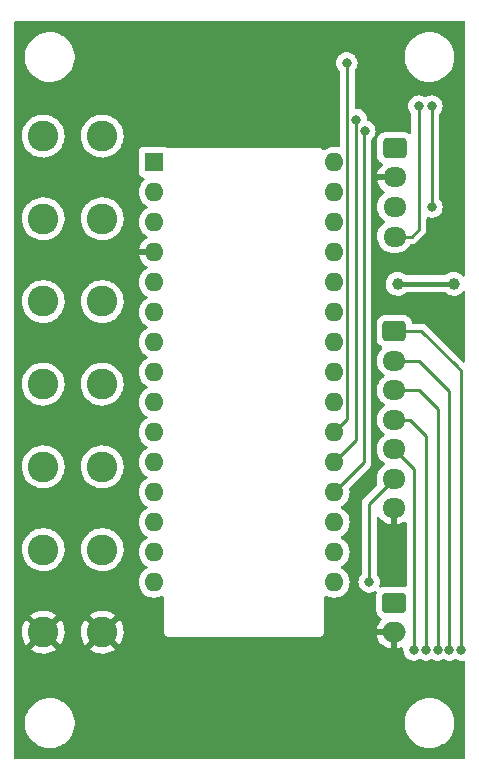
<source format=gbr>
%TF.GenerationSoftware,KiCad,Pcbnew,(6.0.5)*%
%TF.CreationDate,2022-06-02T23:03:52-07:00*%
%TF.ProjectId,arduino-autofire,61726475-696e-46f2-9d61-75746f666972,rev?*%
%TF.SameCoordinates,Original*%
%TF.FileFunction,Copper,L2,Bot*%
%TF.FilePolarity,Positive*%
%FSLAX46Y46*%
G04 Gerber Fmt 4.6, Leading zero omitted, Abs format (unit mm)*
G04 Created by KiCad (PCBNEW (6.0.5)) date 2022-06-02 23:03:52*
%MOMM*%
%LPD*%
G01*
G04 APERTURE LIST*
G04 Aperture macros list*
%AMRoundRect*
0 Rectangle with rounded corners*
0 $1 Rounding radius*
0 $2 $3 $4 $5 $6 $7 $8 $9 X,Y pos of 4 corners*
0 Add a 4 corners polygon primitive as box body*
4,1,4,$2,$3,$4,$5,$6,$7,$8,$9,$2,$3,0*
0 Add four circle primitives for the rounded corners*
1,1,$1+$1,$2,$3*
1,1,$1+$1,$4,$5*
1,1,$1+$1,$6,$7*
1,1,$1+$1,$8,$9*
0 Add four rect primitives between the rounded corners*
20,1,$1+$1,$2,$3,$4,$5,0*
20,1,$1+$1,$4,$5,$6,$7,0*
20,1,$1+$1,$6,$7,$8,$9,0*
20,1,$1+$1,$8,$9,$2,$3,0*%
G04 Aperture macros list end*
%TA.AperFunction,ComponentPad*%
%ADD10C,2.600000*%
%TD*%
%TA.AperFunction,ComponentPad*%
%ADD11RoundRect,0.250000X-0.750000X0.600000X-0.750000X-0.600000X0.750000X-0.600000X0.750000X0.600000X0*%
%TD*%
%TA.AperFunction,ComponentPad*%
%ADD12O,2.000000X1.700000*%
%TD*%
%TA.AperFunction,ComponentPad*%
%ADD13RoundRect,0.250000X-0.725000X0.600000X-0.725000X-0.600000X0.725000X-0.600000X0.725000X0.600000X0*%
%TD*%
%TA.AperFunction,ComponentPad*%
%ADD14O,1.950000X1.700000*%
%TD*%
%TA.AperFunction,ComponentPad*%
%ADD15R,1.600000X1.600000*%
%TD*%
%TA.AperFunction,ComponentPad*%
%ADD16O,1.600000X1.600000*%
%TD*%
%TA.AperFunction,ViaPad*%
%ADD17C,1.000000*%
%TD*%
%TA.AperFunction,ViaPad*%
%ADD18C,0.800000*%
%TD*%
%TA.AperFunction,Conductor*%
%ADD19C,0.250000*%
%TD*%
%TA.AperFunction,Conductor*%
%ADD20C,0.400000*%
%TD*%
G04 APERTURE END LIST*
D10*
%TO.P,BTN_GND1,1,Pin_1*%
%TO.N,GND*%
X120000000Y-116000000D03*
X115000000Y-116000000D03*
%TD*%
D11*
%TO.P,J1,1,Pin_1*%
%TO.N,Net-(A1-Pad30)*%
X144717500Y-113500000D03*
D12*
%TO.P,J1,2,Pin_2*%
%TO.N,GND*%
X144717500Y-116000000D03*
%TD*%
D13*
%TO.P,J2,1,Pin_1*%
%TO.N,Net-(A1-Pad11)*%
X144717500Y-90500000D03*
D14*
%TO.P,J2,2,Pin_2*%
%TO.N,Net-(A1-Pad12)*%
X144717500Y-93000000D03*
%TO.P,J2,3,Pin_3*%
%TO.N,Net-(A1-Pad13)*%
X144717500Y-95500000D03*
%TO.P,J2,4,Pin_4*%
%TO.N,Net-(A1-Pad14)*%
X144717500Y-98000000D03*
%TO.P,J2,5,Pin_5*%
%TO.N,Net-(A1-Pad15)*%
X144717500Y-100500000D03*
%TO.P,J2,6,Pin_6*%
%TO.N,Net-(A1-Pad16)*%
X144717500Y-103000000D03*
%TO.P,J2,7,Pin_7*%
%TO.N,GND*%
X144717500Y-105500000D03*
%TD*%
D10*
%TO.P,BUTTON_2,1,Pin_1*%
%TO.N,Net-(A1-Pad6)*%
X115000000Y-81000000D03*
X120000000Y-81000000D03*
%TD*%
%TO.P,BUTTON_5,1,Pin_1*%
%TO.N,Net-(A1-Pad9)*%
X120000000Y-102000000D03*
X115000000Y-102000000D03*
%TD*%
%TO.P,BUTTON_1,1,Pin_1*%
%TO.N,Net-(A1-Pad5)*%
X120000000Y-74000000D03*
X115000000Y-74000000D03*
%TD*%
%TO.P,BUTTON_6,1,Pin_1*%
%TO.N,Net-(A1-Pad10)*%
X120000000Y-109000000D03*
X115000000Y-109000000D03*
%TD*%
D15*
%TO.P,A1,1,D1/TX*%
%TO.N,unconnected-(A1-Pad1)*%
X124390000Y-76200000D03*
D16*
%TO.P,A1,2,D0/RX*%
%TO.N,unconnected-(A1-Pad2)*%
X124390000Y-78740000D03*
%TO.P,A1,3,~{RESET}*%
%TO.N,unconnected-(A1-Pad3)*%
X124390000Y-81280000D03*
%TO.P,A1,4,GND*%
%TO.N,GND*%
X124390000Y-83820000D03*
%TO.P,A1,5,D2*%
%TO.N,Net-(A1-Pad5)*%
X124390000Y-86360000D03*
%TO.P,A1,6,D3*%
%TO.N,Net-(A1-Pad6)*%
X124390000Y-88900000D03*
%TO.P,A1,7,D4*%
%TO.N,Net-(A1-Pad7)*%
X124390000Y-91440000D03*
%TO.P,A1,8,D5*%
%TO.N,Net-(A1-Pad8)*%
X124390000Y-93980000D03*
%TO.P,A1,9,D6*%
%TO.N,Net-(A1-Pad9)*%
X124390000Y-96520000D03*
%TO.P,A1,10,D7*%
%TO.N,Net-(A1-Pad10)*%
X124390000Y-99060000D03*
%TO.P,A1,11,D8*%
%TO.N,Net-(A1-Pad11)*%
X124390000Y-101600000D03*
%TO.P,A1,12,D9*%
%TO.N,Net-(A1-Pad12)*%
X124390000Y-104140000D03*
%TO.P,A1,13,D10*%
%TO.N,Net-(A1-Pad13)*%
X124390000Y-106680000D03*
%TO.P,A1,14,D11*%
%TO.N,Net-(A1-Pad14)*%
X124390000Y-109220000D03*
%TO.P,A1,15,D12*%
%TO.N,Net-(A1-Pad15)*%
X124390000Y-111760000D03*
%TO.P,A1,16,D13*%
%TO.N,Net-(A1-Pad16)*%
X139630000Y-111760000D03*
%TO.P,A1,17,3V3*%
%TO.N,unconnected-(A1-Pad17)*%
X139630000Y-109220000D03*
%TO.P,A1,18,AREF*%
%TO.N,unconnected-(A1-Pad18)*%
X139630000Y-106680000D03*
%TO.P,A1,19,A0*%
%TO.N,/LED14*%
X139630000Y-104140000D03*
%TO.P,A1,20,A1*%
%TO.N,/LED25*%
X139630000Y-101600000D03*
%TO.P,A1,21,A2*%
%TO.N,/LED36*%
X139630000Y-99060000D03*
%TO.P,A1,22,A3*%
%TO.N,unconnected-(A1-Pad22)*%
X139630000Y-96520000D03*
%TO.P,A1,23,A4*%
%TO.N,Net-(A1-Pad23)*%
X139630000Y-93980000D03*
%TO.P,A1,24,A5*%
%TO.N,Net-(A1-Pad24)*%
X139630000Y-91440000D03*
%TO.P,A1,25,A6*%
%TO.N,unconnected-(A1-Pad25)*%
X139630000Y-88900000D03*
%TO.P,A1,26,A7*%
%TO.N,unconnected-(A1-Pad26)*%
X139630000Y-86360000D03*
%TO.P,A1,27,+5V*%
%TO.N,+5V*%
X139630000Y-83820000D03*
%TO.P,A1,28,~{RESET}*%
%TO.N,unconnected-(A1-Pad28)*%
X139630000Y-81280000D03*
%TO.P,A1,29,GND*%
%TO.N,GND*%
X139630000Y-78740000D03*
%TO.P,A1,30,VIN*%
%TO.N,Net-(A1-Pad30)*%
X139630000Y-76200000D03*
%TD*%
D10*
%TO.P,BUTTON_4,1,Pin_1*%
%TO.N,Net-(A1-Pad8)*%
X120000000Y-95000000D03*
X115000000Y-95000000D03*
%TD*%
%TO.P,BUTTON_3,1,Pin_1*%
%TO.N,Net-(A1-Pad7)*%
X115000000Y-88000000D03*
X120000000Y-88000000D03*
%TD*%
D13*
%TO.P,J3,1,Pin_1*%
%TO.N,+5V*%
X144750000Y-75000000D03*
D14*
%TO.P,J3,2,Pin_2*%
%TO.N,GND*%
X144750000Y-77500000D03*
%TO.P,J3,3,Pin_3*%
%TO.N,Net-(A1-Pad23)*%
X144750000Y-80000000D03*
%TO.P,J3,4,Pin_4*%
%TO.N,Net-(A1-Pad24)*%
X144750000Y-82500000D03*
%TD*%
D17*
%TO.N,GND*%
X144750000Y-109250000D03*
X142000000Y-103750000D03*
X141250000Y-108000000D03*
D18*
X130500000Y-67750000D03*
D17*
X141250000Y-113500000D03*
X141250000Y-110500000D03*
D18*
X137962701Y-67712701D03*
D17*
X141250000Y-105500000D03*
X141250000Y-116000000D03*
D18*
%TO.N,Net-(A1-Pad11)*%
X150400000Y-117500000D03*
%TO.N,Net-(A1-Pad12)*%
X149398509Y-117500000D03*
%TO.N,Net-(A1-Pad13)*%
X148399006Y-117500000D03*
%TO.N,Net-(A1-Pad14)*%
X147399503Y-117500000D03*
%TO.N,Net-(A1-Pad15)*%
X146400000Y-117500000D03*
%TO.N,Net-(A1-Pad16)*%
X142600000Y-111750000D03*
%TO.N,/LED14*%
X142224500Y-73550000D03*
%TO.N,/LED25*%
X141500000Y-72600000D03*
%TO.N,/LED36*%
X140700000Y-67800000D03*
%TO.N,Net-(A1-Pad23)*%
X147900000Y-71450000D03*
X147900000Y-80000000D03*
%TO.N,Net-(A1-Pad24)*%
X146800000Y-71450000D03*
D17*
%TO.N,+5V*%
X145000000Y-86500000D03*
X149750000Y-86500000D03*
%TD*%
D19*
%TO.N,Net-(A1-Pad11)*%
X150400000Y-93900000D02*
X150400000Y-117500000D01*
X150000000Y-93500000D02*
X150400000Y-93900000D01*
X144717500Y-90500000D02*
X147000000Y-90500000D01*
X147000000Y-90500000D02*
X150000000Y-93500000D01*
%TO.N,Net-(A1-Pad12)*%
X146850000Y-93000000D02*
X144717500Y-93000000D01*
X149398509Y-117500000D02*
X149398509Y-95548509D01*
X149398509Y-95548509D02*
X146850000Y-93000000D01*
%TO.N,Net-(A1-Pad13)*%
X148399006Y-97099006D02*
X146800000Y-95500000D01*
X146800000Y-95500000D02*
X144717500Y-95500000D01*
X148399006Y-117500000D02*
X148399006Y-97099006D01*
%TO.N,Net-(A1-Pad14)*%
X147399503Y-99349503D02*
X146050000Y-98000000D01*
X146050000Y-98000000D02*
X144717500Y-98000000D01*
X147399503Y-117500000D02*
X147399503Y-99349503D01*
%TO.N,Net-(A1-Pad15)*%
X144717500Y-100500000D02*
X146400000Y-102182500D01*
X146400000Y-102182500D02*
X146400000Y-117500000D01*
%TO.N,Net-(A1-Pad16)*%
X144717500Y-103000000D02*
X142600000Y-105117500D01*
X142600000Y-105117500D02*
X142600000Y-111750000D01*
%TO.N,/LED14*%
X142224500Y-73550000D02*
X142150480Y-73624020D01*
X142150480Y-101619520D02*
X139630000Y-104140000D01*
X142150480Y-73624020D02*
X142150480Y-101619520D01*
%TO.N,/LED25*%
X141500000Y-72600000D02*
X141500000Y-99730000D01*
X141500000Y-99730000D02*
X139630000Y-101600000D01*
%TO.N,/LED36*%
X140700000Y-67800000D02*
X140754511Y-67854511D01*
X140754511Y-97935489D02*
X139630000Y-99060000D01*
X140754511Y-67854511D02*
X140754511Y-97935489D01*
%TO.N,Net-(A1-Pad23)*%
X147900000Y-71450000D02*
X147900000Y-80000000D01*
%TO.N,Net-(A1-Pad24)*%
X146200000Y-82500000D02*
X144750000Y-82500000D01*
X146800000Y-81900000D02*
X146200000Y-82500000D01*
X146800000Y-71450000D02*
X146800000Y-81900000D01*
D20*
%TO.N,+5V*%
X145000000Y-86500000D02*
X149750000Y-86500000D01*
%TD*%
%TA.AperFunction,Conductor*%
%TO.N,GND*%
G36*
X150683621Y-64278502D02*
G01*
X150730114Y-64332158D01*
X150741500Y-64384500D01*
X150741500Y-85766127D01*
X150721498Y-85834248D01*
X150667842Y-85880741D01*
X150597568Y-85890845D01*
X150532988Y-85861351D01*
X150517857Y-85845763D01*
X150472960Y-85790713D01*
X150472957Y-85790710D01*
X150469065Y-85785938D01*
X150462724Y-85780692D01*
X150321425Y-85663799D01*
X150321421Y-85663797D01*
X150316675Y-85659870D01*
X150142701Y-85565802D01*
X149953768Y-85507318D01*
X149947643Y-85506674D01*
X149947642Y-85506674D01*
X149763204Y-85487289D01*
X149763202Y-85487289D01*
X149757075Y-85486645D01*
X149674576Y-85494153D01*
X149566251Y-85504011D01*
X149566248Y-85504012D01*
X149560112Y-85504570D01*
X149554206Y-85506308D01*
X149554202Y-85506309D01*
X149449076Y-85537249D01*
X149370381Y-85560410D01*
X149364923Y-85563263D01*
X149364919Y-85563265D01*
X149274147Y-85610720D01*
X149195110Y-85652040D01*
X149056236Y-85763698D01*
X148990616Y-85790793D01*
X148977286Y-85791500D01*
X145771151Y-85791500D01*
X145703030Y-85771498D01*
X145690836Y-85762585D01*
X145571425Y-85663799D01*
X145571421Y-85663797D01*
X145566675Y-85659870D01*
X145392701Y-85565802D01*
X145203768Y-85507318D01*
X145197643Y-85506674D01*
X145197642Y-85506674D01*
X145013204Y-85487289D01*
X145013202Y-85487289D01*
X145007075Y-85486645D01*
X144924576Y-85494153D01*
X144816251Y-85504011D01*
X144816248Y-85504012D01*
X144810112Y-85504570D01*
X144804206Y-85506308D01*
X144804202Y-85506309D01*
X144699076Y-85537249D01*
X144620381Y-85560410D01*
X144614923Y-85563263D01*
X144614919Y-85563265D01*
X144524147Y-85610720D01*
X144445110Y-85652040D01*
X144290975Y-85775968D01*
X144163846Y-85927474D01*
X144160879Y-85932872D01*
X144160875Y-85932877D01*
X144157397Y-85939204D01*
X144068567Y-86100787D01*
X144066706Y-86106654D01*
X144066705Y-86106656D01*
X144038972Y-86194081D01*
X144008765Y-86289306D01*
X143986719Y-86485851D01*
X143987235Y-86491995D01*
X143994844Y-86582607D01*
X144003268Y-86682934D01*
X144015191Y-86724513D01*
X144039487Y-86809243D01*
X144057783Y-86873050D01*
X144060602Y-86878535D01*
X144133952Y-87021257D01*
X144148187Y-87048956D01*
X144271035Y-87203953D01*
X144275728Y-87207947D01*
X144275729Y-87207948D01*
X144284226Y-87215179D01*
X144421650Y-87332136D01*
X144594294Y-87428624D01*
X144782392Y-87489740D01*
X144978777Y-87513158D01*
X144984912Y-87512686D01*
X144984914Y-87512686D01*
X145169830Y-87498457D01*
X145169834Y-87498456D01*
X145175972Y-87497984D01*
X145366463Y-87444798D01*
X145371967Y-87442018D01*
X145371969Y-87442017D01*
X145537495Y-87358404D01*
X145537497Y-87358403D01*
X145542996Y-87355625D01*
X145697119Y-87235211D01*
X145763113Y-87209033D01*
X145774692Y-87208500D01*
X148980019Y-87208500D01*
X149048140Y-87228502D01*
X149061682Y-87238546D01*
X149171650Y-87332136D01*
X149344294Y-87428624D01*
X149532392Y-87489740D01*
X149728777Y-87513158D01*
X149734912Y-87512686D01*
X149734914Y-87512686D01*
X149919830Y-87498457D01*
X149919834Y-87498456D01*
X149925972Y-87497984D01*
X150116463Y-87444798D01*
X150121967Y-87442018D01*
X150121969Y-87442017D01*
X150287495Y-87358404D01*
X150287497Y-87358403D01*
X150292996Y-87355625D01*
X150424146Y-87253160D01*
X150443991Y-87237655D01*
X150448847Y-87233861D01*
X150520121Y-87151289D01*
X150579771Y-87112794D01*
X150650768Y-87112658D01*
X150710567Y-87150928D01*
X150740183Y-87215452D01*
X150741500Y-87233622D01*
X150741500Y-93041405D01*
X150721498Y-93109526D01*
X150667842Y-93156019D01*
X150597568Y-93166123D01*
X150532988Y-93136629D01*
X150526405Y-93130500D01*
X150419770Y-93023865D01*
X150419766Y-93023862D01*
X147503652Y-90107747D01*
X147496112Y-90099461D01*
X147492000Y-90092982D01*
X147442348Y-90046356D01*
X147439507Y-90043602D01*
X147419770Y-90023865D01*
X147416573Y-90021385D01*
X147407551Y-90013680D01*
X147381100Y-89988841D01*
X147375321Y-89983414D01*
X147368375Y-89979595D01*
X147368372Y-89979593D01*
X147357566Y-89973652D01*
X147341047Y-89962801D01*
X147340583Y-89962441D01*
X147325041Y-89950386D01*
X147317772Y-89947241D01*
X147317768Y-89947238D01*
X147284463Y-89932826D01*
X147273813Y-89927609D01*
X147235060Y-89906305D01*
X147215437Y-89901267D01*
X147196734Y-89894863D01*
X147185420Y-89889967D01*
X147185419Y-89889967D01*
X147178145Y-89886819D01*
X147170322Y-89885580D01*
X147170312Y-89885577D01*
X147134476Y-89879901D01*
X147122856Y-89877495D01*
X147087711Y-89868472D01*
X147087710Y-89868472D01*
X147080030Y-89866500D01*
X147059776Y-89866500D01*
X147040065Y-89864949D01*
X147027886Y-89863020D01*
X147020057Y-89861780D01*
X147012165Y-89862526D01*
X146976039Y-89865941D01*
X146964181Y-89866500D01*
X146316356Y-89866500D01*
X146248235Y-89846498D01*
X146201742Y-89792842D01*
X146191029Y-89753504D01*
X146190026Y-89743834D01*
X146134050Y-89576054D01*
X146040978Y-89425652D01*
X145915803Y-89300695D01*
X145909079Y-89296550D01*
X145771468Y-89211725D01*
X145771466Y-89211724D01*
X145765238Y-89207885D01*
X145604754Y-89154655D01*
X145603889Y-89154368D01*
X145603887Y-89154368D01*
X145597361Y-89152203D01*
X145590525Y-89151503D01*
X145590522Y-89151502D01*
X145547469Y-89147091D01*
X145492900Y-89141500D01*
X143942100Y-89141500D01*
X143938854Y-89141837D01*
X143938850Y-89141837D01*
X143843192Y-89151762D01*
X143843188Y-89151763D01*
X143836334Y-89152474D01*
X143829798Y-89154655D01*
X143829796Y-89154655D01*
X143735629Y-89186072D01*
X143668554Y-89208450D01*
X143518152Y-89301522D01*
X143393195Y-89426697D01*
X143389355Y-89432927D01*
X143389354Y-89432928D01*
X143310251Y-89561257D01*
X143300385Y-89577262D01*
X143289972Y-89608657D01*
X143254383Y-89715956D01*
X143244703Y-89745139D01*
X143244003Y-89751975D01*
X143244002Y-89751978D01*
X143243846Y-89753499D01*
X143234000Y-89849600D01*
X143234000Y-91150400D01*
X143234337Y-91153646D01*
X143234337Y-91153650D01*
X143243987Y-91246651D01*
X143244974Y-91256166D01*
X143300950Y-91423946D01*
X143394022Y-91574348D01*
X143519197Y-91699305D01*
X143664840Y-91789081D01*
X143712332Y-91841852D01*
X143723756Y-91911924D01*
X143695482Y-91977048D01*
X143685695Y-91987510D01*
X143571365Y-92096576D01*
X143433746Y-92281542D01*
X143431330Y-92286293D01*
X143431328Y-92286297D01*
X143391340Y-92364949D01*
X143329260Y-92487051D01*
X143327678Y-92492145D01*
X143327677Y-92492148D01*
X143280922Y-92642722D01*
X143260893Y-92707227D01*
X143260192Y-92712516D01*
X143243276Y-92840151D01*
X143230602Y-92935774D01*
X143230802Y-92941103D01*
X143230802Y-92941105D01*
X143231430Y-92957837D01*
X143239251Y-93166158D01*
X143286593Y-93391791D01*
X143288551Y-93396750D01*
X143288552Y-93396752D01*
X143352482Y-93558631D01*
X143371276Y-93606221D01*
X143490877Y-93803317D01*
X143494374Y-93807347D01*
X143618897Y-93950847D01*
X143641977Y-93977445D01*
X143652245Y-93985864D01*
X143816127Y-94120240D01*
X143816133Y-94120244D01*
X143820255Y-94123624D01*
X143851750Y-94141552D01*
X143901055Y-94192632D01*
X143914917Y-94262262D01*
X143888934Y-94328333D01*
X143859784Y-94355573D01*
X143738181Y-94437441D01*
X143571365Y-94596576D01*
X143433746Y-94781542D01*
X143431330Y-94786293D01*
X143431328Y-94786297D01*
X143391340Y-94864949D01*
X143329260Y-94987051D01*
X143327678Y-94992145D01*
X143327677Y-94992148D01*
X143289727Y-95114366D01*
X143260893Y-95207227D01*
X143260192Y-95212516D01*
X143237666Y-95382477D01*
X143230602Y-95435774D01*
X143239251Y-95666158D01*
X143240346Y-95671377D01*
X143255115Y-95741765D01*
X143286593Y-95891791D01*
X143288551Y-95896750D01*
X143288552Y-95896752D01*
X143366824Y-96094947D01*
X143371276Y-96106221D01*
X143490877Y-96303317D01*
X143494374Y-96307347D01*
X143633096Y-96467210D01*
X143641977Y-96477445D01*
X143646108Y-96480832D01*
X143816127Y-96620240D01*
X143816133Y-96620244D01*
X143820255Y-96623624D01*
X143851750Y-96641552D01*
X143901055Y-96692632D01*
X143914917Y-96762262D01*
X143888934Y-96828333D01*
X143859784Y-96855573D01*
X143738181Y-96937441D01*
X143734324Y-96941120D01*
X143734322Y-96941122D01*
X143664964Y-97007287D01*
X143571365Y-97096576D01*
X143433746Y-97281542D01*
X143431330Y-97286293D01*
X143431328Y-97286297D01*
X143391670Y-97364300D01*
X143329260Y-97487051D01*
X143327678Y-97492145D01*
X143327677Y-97492148D01*
X143277307Y-97654366D01*
X143260893Y-97707227D01*
X143260192Y-97712516D01*
X143231946Y-97925634D01*
X143230602Y-97935774D01*
X143239251Y-98166158D01*
X143286593Y-98391791D01*
X143288551Y-98396750D01*
X143288552Y-98396752D01*
X143362316Y-98583532D01*
X143371276Y-98606221D01*
X143374043Y-98610780D01*
X143374044Y-98610783D01*
X143391852Y-98640129D01*
X143490877Y-98803317D01*
X143494374Y-98807347D01*
X143570387Y-98894944D01*
X143641977Y-98977445D01*
X143646108Y-98980832D01*
X143816127Y-99120240D01*
X143816133Y-99120244D01*
X143820255Y-99123624D01*
X143851750Y-99141552D01*
X143901055Y-99192632D01*
X143914917Y-99262262D01*
X143888934Y-99328333D01*
X143859784Y-99355573D01*
X143738181Y-99437441D01*
X143571365Y-99596576D01*
X143433746Y-99781542D01*
X143329260Y-99987051D01*
X143327678Y-99992145D01*
X143327677Y-99992148D01*
X143266301Y-100189812D01*
X143260893Y-100207227D01*
X143260192Y-100212516D01*
X143233173Y-100416378D01*
X143230602Y-100435774D01*
X143239251Y-100666158D01*
X143286593Y-100891791D01*
X143288551Y-100896750D01*
X143288552Y-100896752D01*
X143308339Y-100946854D01*
X143371276Y-101106221D01*
X143374043Y-101110780D01*
X143374044Y-101110783D01*
X143442499Y-101223592D01*
X143490877Y-101303317D01*
X143494374Y-101307347D01*
X143631527Y-101465402D01*
X143641977Y-101477445D01*
X143646108Y-101480832D01*
X143816127Y-101620240D01*
X143816133Y-101620244D01*
X143820255Y-101623624D01*
X143851750Y-101641552D01*
X143901055Y-101692632D01*
X143914917Y-101762262D01*
X143888934Y-101828333D01*
X143859784Y-101855573D01*
X143738181Y-101937441D01*
X143734324Y-101941120D01*
X143734322Y-101941122D01*
X143669290Y-102003160D01*
X143571365Y-102096576D01*
X143568182Y-102100854D01*
X143560246Y-102111520D01*
X143433746Y-102281542D01*
X143329260Y-102487051D01*
X143327678Y-102492145D01*
X143327677Y-102492148D01*
X143282958Y-102636167D01*
X143260893Y-102707227D01*
X143260192Y-102712516D01*
X143234586Y-102905716D01*
X143230602Y-102935774D01*
X143239251Y-103166158D01*
X143286593Y-103391791D01*
X143288553Y-103396753D01*
X143296765Y-103417547D01*
X143303185Y-103488253D01*
X143268669Y-103552926D01*
X142207747Y-104613848D01*
X142199461Y-104621388D01*
X142192982Y-104625500D01*
X142187557Y-104631277D01*
X142146357Y-104675151D01*
X142143602Y-104677993D01*
X142123865Y-104697730D01*
X142121385Y-104700927D01*
X142113682Y-104709947D01*
X142083414Y-104742179D01*
X142079595Y-104749125D01*
X142079593Y-104749128D01*
X142073652Y-104759934D01*
X142062801Y-104776453D01*
X142050386Y-104792459D01*
X142047241Y-104799728D01*
X142047238Y-104799732D01*
X142032826Y-104833037D01*
X142027609Y-104843687D01*
X142006305Y-104882440D01*
X142004334Y-104890115D01*
X142004334Y-104890116D01*
X142001267Y-104902062D01*
X141994863Y-104920766D01*
X141986819Y-104939355D01*
X141985580Y-104947178D01*
X141985577Y-104947188D01*
X141979901Y-104983024D01*
X141977495Y-104994644D01*
X141966500Y-105037470D01*
X141966500Y-105057724D01*
X141964949Y-105077434D01*
X141961780Y-105097443D01*
X141962526Y-105105335D01*
X141965941Y-105141461D01*
X141966500Y-105153319D01*
X141966500Y-111047476D01*
X141946498Y-111115597D01*
X141934142Y-111131779D01*
X141860960Y-111213056D01*
X141765473Y-111378444D01*
X141706458Y-111560072D01*
X141686496Y-111750000D01*
X141706458Y-111939928D01*
X141765473Y-112121556D01*
X141768776Y-112127278D01*
X141768777Y-112127279D01*
X141783461Y-112152712D01*
X141860960Y-112286944D01*
X141865378Y-112291851D01*
X141865379Y-112291852D01*
X141977837Y-112416749D01*
X141988747Y-112428866D01*
X142143248Y-112541118D01*
X142149276Y-112543802D01*
X142149278Y-112543803D01*
X142311681Y-112616109D01*
X142317712Y-112618794D01*
X142411113Y-112638647D01*
X142498056Y-112657128D01*
X142498061Y-112657128D01*
X142504513Y-112658500D01*
X142695487Y-112658500D01*
X142701939Y-112657128D01*
X142701944Y-112657128D01*
X142788888Y-112638647D01*
X142882288Y-112618794D01*
X142906090Y-112608197D01*
X143050717Y-112543805D01*
X143056752Y-112541118D01*
X143057492Y-112540581D01*
X143124433Y-112524337D01*
X143191526Y-112547555D01*
X143235416Y-112603359D01*
X143242168Y-112674034D01*
X143238037Y-112689861D01*
X143221869Y-112738608D01*
X143219703Y-112745139D01*
X143219003Y-112751975D01*
X143219002Y-112751978D01*
X143214591Y-112795031D01*
X143209000Y-112849600D01*
X143209000Y-114150400D01*
X143209337Y-114153646D01*
X143209337Y-114153650D01*
X143218136Y-114238450D01*
X143219974Y-114256166D01*
X143275950Y-114423946D01*
X143369022Y-114574348D01*
X143494197Y-114699305D01*
X143500427Y-114703145D01*
X143500428Y-114703146D01*
X143640280Y-114789352D01*
X143687773Y-114842124D01*
X143699197Y-114912196D01*
X143670923Y-114977320D01*
X143661136Y-114987782D01*
X143550594Y-115093234D01*
X143543559Y-115101186D01*
X143412359Y-115277525D01*
X143406755Y-115286562D01*
X143307143Y-115482484D01*
X143303143Y-115492335D01*
X143237966Y-115702240D01*
X143235683Y-115712624D01*
X143233639Y-115728043D01*
X143235835Y-115742207D01*
X143249022Y-115746000D01*
X144845500Y-115746000D01*
X144913621Y-115766002D01*
X144960114Y-115819658D01*
X144971500Y-115872000D01*
X144971500Y-117335970D01*
X144975810Y-117350648D01*
X144987693Y-117352711D01*
X145091825Y-117343876D01*
X145102297Y-117342086D01*
X145315038Y-117286869D01*
X145328351Y-117282181D01*
X145399248Y-117278420D01*
X145460924Y-117313586D01*
X145493797Y-117376514D01*
X145495514Y-117414197D01*
X145492119Y-117446497D01*
X145486496Y-117500000D01*
X145487186Y-117506565D01*
X145490155Y-117534809D01*
X145506458Y-117689928D01*
X145565473Y-117871556D01*
X145660960Y-118036944D01*
X145788747Y-118178866D01*
X145887843Y-118250864D01*
X145935319Y-118285357D01*
X145943248Y-118291118D01*
X145949276Y-118293802D01*
X145949278Y-118293803D01*
X146058499Y-118342431D01*
X146117712Y-118368794D01*
X146211113Y-118388647D01*
X146298056Y-118407128D01*
X146298061Y-118407128D01*
X146304513Y-118408500D01*
X146495487Y-118408500D01*
X146501939Y-118407128D01*
X146501944Y-118407128D01*
X146588887Y-118388647D01*
X146682288Y-118368794D01*
X146688315Y-118366111D01*
X146688323Y-118366108D01*
X146848504Y-118294791D01*
X146918871Y-118285357D01*
X146951000Y-118294791D01*
X147117215Y-118368794D01*
X147210616Y-118388647D01*
X147297559Y-118407128D01*
X147297564Y-118407128D01*
X147304016Y-118408500D01*
X147494990Y-118408500D01*
X147501442Y-118407128D01*
X147501447Y-118407128D01*
X147588390Y-118388647D01*
X147681791Y-118368794D01*
X147687818Y-118366111D01*
X147687826Y-118366108D01*
X147848007Y-118294791D01*
X147918374Y-118285357D01*
X147950503Y-118294791D01*
X148116718Y-118368794D01*
X148210119Y-118388647D01*
X148297062Y-118407128D01*
X148297067Y-118407128D01*
X148303519Y-118408500D01*
X148494493Y-118408500D01*
X148500945Y-118407128D01*
X148500950Y-118407128D01*
X148587893Y-118388647D01*
X148681294Y-118368794D01*
X148687321Y-118366111D01*
X148687329Y-118366108D01*
X148847510Y-118294791D01*
X148917877Y-118285357D01*
X148950006Y-118294791D01*
X149116221Y-118368794D01*
X149209622Y-118388647D01*
X149296565Y-118407128D01*
X149296570Y-118407128D01*
X149303022Y-118408500D01*
X149493996Y-118408500D01*
X149500448Y-118407128D01*
X149500453Y-118407128D01*
X149587396Y-118388647D01*
X149680797Y-118368794D01*
X149848006Y-118294348D01*
X149918373Y-118284914D01*
X149950500Y-118294347D01*
X150117712Y-118368794D01*
X150211113Y-118388647D01*
X150298056Y-118407128D01*
X150298061Y-118407128D01*
X150304513Y-118408500D01*
X150495487Y-118408500D01*
X150501939Y-118407128D01*
X150501944Y-118407128D01*
X150589303Y-118388559D01*
X150660094Y-118393961D01*
X150716727Y-118436778D01*
X150741220Y-118503416D01*
X150741500Y-118511806D01*
X150741500Y-126615500D01*
X150721498Y-126683621D01*
X150667842Y-126730114D01*
X150615500Y-126741500D01*
X112634500Y-126741500D01*
X112566379Y-126721498D01*
X112519886Y-126667842D01*
X112508500Y-126615500D01*
X112508500Y-123832703D01*
X113440743Y-123832703D01*
X113478268Y-124117734D01*
X113554129Y-124395036D01*
X113666923Y-124659476D01*
X113814561Y-124906161D01*
X113994313Y-125130528D01*
X114202851Y-125328423D01*
X114436317Y-125496186D01*
X114440112Y-125498195D01*
X114440113Y-125498196D01*
X114461869Y-125509715D01*
X114690392Y-125630712D01*
X114960373Y-125729511D01*
X115241264Y-125790755D01*
X115269841Y-125793004D01*
X115464282Y-125808307D01*
X115464291Y-125808307D01*
X115466739Y-125808500D01*
X115622271Y-125808500D01*
X115624407Y-125808354D01*
X115624418Y-125808354D01*
X115832548Y-125794165D01*
X115832554Y-125794164D01*
X115836825Y-125793873D01*
X115841020Y-125793004D01*
X115841022Y-125793004D01*
X115977583Y-125764724D01*
X116118342Y-125735574D01*
X116389343Y-125639607D01*
X116644812Y-125507750D01*
X116648313Y-125505289D01*
X116648317Y-125505287D01*
X116762418Y-125425095D01*
X116880023Y-125342441D01*
X117090622Y-125146740D01*
X117272713Y-124924268D01*
X117422927Y-124679142D01*
X117538483Y-124415898D01*
X117617244Y-124139406D01*
X117657751Y-123854784D01*
X117657845Y-123836951D01*
X117657867Y-123832703D01*
X145590743Y-123832703D01*
X145628268Y-124117734D01*
X145704129Y-124395036D01*
X145816923Y-124659476D01*
X145964561Y-124906161D01*
X146144313Y-125130528D01*
X146352851Y-125328423D01*
X146586317Y-125496186D01*
X146590112Y-125498195D01*
X146590113Y-125498196D01*
X146611869Y-125509715D01*
X146840392Y-125630712D01*
X147110373Y-125729511D01*
X147391264Y-125790755D01*
X147419841Y-125793004D01*
X147614282Y-125808307D01*
X147614291Y-125808307D01*
X147616739Y-125808500D01*
X147772271Y-125808500D01*
X147774407Y-125808354D01*
X147774418Y-125808354D01*
X147982548Y-125794165D01*
X147982554Y-125794164D01*
X147986825Y-125793873D01*
X147991020Y-125793004D01*
X147991022Y-125793004D01*
X148127583Y-125764724D01*
X148268342Y-125735574D01*
X148539343Y-125639607D01*
X148794812Y-125507750D01*
X148798313Y-125505289D01*
X148798317Y-125505287D01*
X148912418Y-125425095D01*
X149030023Y-125342441D01*
X149240622Y-125146740D01*
X149422713Y-124924268D01*
X149572927Y-124679142D01*
X149688483Y-124415898D01*
X149767244Y-124139406D01*
X149807751Y-123854784D01*
X149807845Y-123836951D01*
X149809235Y-123571583D01*
X149809235Y-123571576D01*
X149809257Y-123567297D01*
X149771732Y-123282266D01*
X149695871Y-123004964D01*
X149583077Y-122740524D01*
X149435439Y-122493839D01*
X149255687Y-122269472D01*
X149047149Y-122071577D01*
X148813683Y-121903814D01*
X148791843Y-121892250D01*
X148768654Y-121879972D01*
X148559608Y-121769288D01*
X148289627Y-121670489D01*
X148008736Y-121609245D01*
X147977685Y-121606801D01*
X147785718Y-121591693D01*
X147785709Y-121591693D01*
X147783261Y-121591500D01*
X147627729Y-121591500D01*
X147625593Y-121591646D01*
X147625582Y-121591646D01*
X147417452Y-121605835D01*
X147417446Y-121605836D01*
X147413175Y-121606127D01*
X147408980Y-121606996D01*
X147408978Y-121606996D01*
X147272417Y-121635276D01*
X147131658Y-121664426D01*
X146860657Y-121760393D01*
X146605188Y-121892250D01*
X146601687Y-121894711D01*
X146601683Y-121894713D01*
X146591594Y-121901804D01*
X146369977Y-122057559D01*
X146159378Y-122253260D01*
X145977287Y-122475732D01*
X145827073Y-122720858D01*
X145711517Y-122984102D01*
X145632756Y-123260594D01*
X145592249Y-123545216D01*
X145592227Y-123549505D01*
X145592226Y-123549512D01*
X145590765Y-123828417D01*
X145590743Y-123832703D01*
X117657867Y-123832703D01*
X117659235Y-123571583D01*
X117659235Y-123571576D01*
X117659257Y-123567297D01*
X117621732Y-123282266D01*
X117545871Y-123004964D01*
X117433077Y-122740524D01*
X117285439Y-122493839D01*
X117105687Y-122269472D01*
X116897149Y-122071577D01*
X116663683Y-121903814D01*
X116641843Y-121892250D01*
X116618654Y-121879972D01*
X116409608Y-121769288D01*
X116139627Y-121670489D01*
X115858736Y-121609245D01*
X115827685Y-121606801D01*
X115635718Y-121591693D01*
X115635709Y-121591693D01*
X115633261Y-121591500D01*
X115477729Y-121591500D01*
X115475593Y-121591646D01*
X115475582Y-121591646D01*
X115267452Y-121605835D01*
X115267446Y-121605836D01*
X115263175Y-121606127D01*
X115258980Y-121606996D01*
X115258978Y-121606996D01*
X115122417Y-121635276D01*
X114981658Y-121664426D01*
X114710657Y-121760393D01*
X114455188Y-121892250D01*
X114451687Y-121894711D01*
X114451683Y-121894713D01*
X114441594Y-121901804D01*
X114219977Y-122057559D01*
X114009378Y-122253260D01*
X113827287Y-122475732D01*
X113677073Y-122720858D01*
X113561517Y-122984102D01*
X113482756Y-123260594D01*
X113442249Y-123545216D01*
X113442227Y-123549505D01*
X113442226Y-123549512D01*
X113440765Y-123828417D01*
X113440743Y-123832703D01*
X112508500Y-123832703D01*
X112508500Y-117444906D01*
X113919839Y-117444906D01*
X113928553Y-117456427D01*
X114035452Y-117534809D01*
X114043351Y-117539745D01*
X114272905Y-117660519D01*
X114281454Y-117664236D01*
X114526327Y-117749749D01*
X114535336Y-117752163D01*
X114790166Y-117800544D01*
X114799423Y-117801598D01*
X115058607Y-117811783D01*
X115067921Y-117811457D01*
X115325753Y-117783220D01*
X115334930Y-117781519D01*
X115585758Y-117715481D01*
X115594574Y-117712445D01*
X115832880Y-117610062D01*
X115841167Y-117605748D01*
X116061718Y-117469266D01*
X116069268Y-117463780D01*
X116074559Y-117459301D01*
X116082997Y-117446497D01*
X116082065Y-117444906D01*
X118919839Y-117444906D01*
X118928553Y-117456427D01*
X119035452Y-117534809D01*
X119043351Y-117539745D01*
X119272905Y-117660519D01*
X119281454Y-117664236D01*
X119526327Y-117749749D01*
X119535336Y-117752163D01*
X119790166Y-117800544D01*
X119799423Y-117801598D01*
X120058607Y-117811783D01*
X120067921Y-117811457D01*
X120325753Y-117783220D01*
X120334930Y-117781519D01*
X120585758Y-117715481D01*
X120594574Y-117712445D01*
X120832880Y-117610062D01*
X120841167Y-117605748D01*
X121061718Y-117469266D01*
X121069268Y-117463780D01*
X121074559Y-117459301D01*
X121082997Y-117446497D01*
X121076935Y-117436145D01*
X120012812Y-116372022D01*
X119998868Y-116364408D01*
X119997035Y-116364539D01*
X119990420Y-116368790D01*
X118926497Y-117432713D01*
X118919839Y-117444906D01*
X116082065Y-117444906D01*
X116076935Y-117436145D01*
X115012812Y-116372022D01*
X114998868Y-116364408D01*
X114997035Y-116364539D01*
X114990420Y-116368790D01*
X113926497Y-117432713D01*
X113919839Y-117444906D01*
X112508500Y-117444906D01*
X112508500Y-115957211D01*
X113187775Y-115957211D01*
X113200220Y-116216288D01*
X113201356Y-116225543D01*
X113251961Y-116479945D01*
X113254449Y-116488917D01*
X113342095Y-116733033D01*
X113345895Y-116741568D01*
X113468658Y-116970042D01*
X113473666Y-116977904D01*
X113543720Y-117071716D01*
X113554979Y-117080165D01*
X113567397Y-117073393D01*
X114627978Y-116012812D01*
X114634356Y-116001132D01*
X115364408Y-116001132D01*
X115364539Y-116002965D01*
X115368790Y-116009580D01*
X116436094Y-117076884D01*
X116448474Y-117083644D01*
X116456815Y-117077400D01*
X116590832Y-116869048D01*
X116595275Y-116860864D01*
X116701807Y-116624370D01*
X116704997Y-116615605D01*
X116775402Y-116365972D01*
X116777262Y-116356830D01*
X116810187Y-116098019D01*
X116810668Y-116091733D01*
X116812987Y-116003160D01*
X116812836Y-115996851D01*
X116809890Y-115957211D01*
X118187775Y-115957211D01*
X118200220Y-116216288D01*
X118201356Y-116225543D01*
X118251961Y-116479945D01*
X118254449Y-116488917D01*
X118342095Y-116733033D01*
X118345895Y-116741568D01*
X118468658Y-116970042D01*
X118473666Y-116977904D01*
X118543720Y-117071716D01*
X118554979Y-117080165D01*
X118567397Y-117073393D01*
X119627978Y-116012812D01*
X119634356Y-116001132D01*
X120364408Y-116001132D01*
X120364539Y-116002965D01*
X120368790Y-116009580D01*
X121436094Y-117076884D01*
X121448474Y-117083644D01*
X121456815Y-117077400D01*
X121590832Y-116869048D01*
X121595275Y-116860864D01*
X121701807Y-116624370D01*
X121704997Y-116615605D01*
X121775402Y-116365972D01*
X121777262Y-116356830D01*
X121810187Y-116098019D01*
X121810668Y-116091733D01*
X121812987Y-116003160D01*
X121812836Y-115996851D01*
X121793501Y-115736663D01*
X121792125Y-115727457D01*
X121734878Y-115474467D01*
X121732154Y-115465556D01*
X121638143Y-115223806D01*
X121634132Y-115215397D01*
X121505422Y-114990202D01*
X121500211Y-114982476D01*
X121456996Y-114927658D01*
X121445071Y-114919187D01*
X121433537Y-114925673D01*
X120372022Y-115987188D01*
X120364408Y-116001132D01*
X119634356Y-116001132D01*
X119635592Y-115998868D01*
X119635461Y-115997035D01*
X119631210Y-115990420D01*
X118565816Y-114925026D01*
X118552507Y-114917758D01*
X118542472Y-114924878D01*
X118526937Y-114943556D01*
X118521531Y-114951135D01*
X118386965Y-115172891D01*
X118382736Y-115181192D01*
X118282432Y-115420389D01*
X118279471Y-115429239D01*
X118215628Y-115680625D01*
X118214006Y-115689822D01*
X118188020Y-115947885D01*
X118187775Y-115957211D01*
X116809890Y-115957211D01*
X116793501Y-115736663D01*
X116792125Y-115727457D01*
X116734878Y-115474467D01*
X116732154Y-115465556D01*
X116638143Y-115223806D01*
X116634132Y-115215397D01*
X116505422Y-114990202D01*
X116500211Y-114982476D01*
X116456996Y-114927658D01*
X116445071Y-114919187D01*
X116433537Y-114925673D01*
X115372022Y-115987188D01*
X115364408Y-116001132D01*
X114634356Y-116001132D01*
X114635592Y-115998868D01*
X114635461Y-115997035D01*
X114631210Y-115990420D01*
X113565816Y-114925026D01*
X113552507Y-114917758D01*
X113542472Y-114924878D01*
X113526937Y-114943556D01*
X113521531Y-114951135D01*
X113386965Y-115172891D01*
X113382736Y-115181192D01*
X113282432Y-115420389D01*
X113279471Y-115429239D01*
X113215628Y-115680625D01*
X113214006Y-115689822D01*
X113188020Y-115947885D01*
X113187775Y-115957211D01*
X112508500Y-115957211D01*
X112508500Y-114552689D01*
X113917102Y-114552689D01*
X113921675Y-114562465D01*
X114987188Y-115627978D01*
X115001132Y-115635592D01*
X115002965Y-115635461D01*
X115009580Y-115631210D01*
X116074349Y-114566441D01*
X116080733Y-114554751D01*
X116079130Y-114552689D01*
X118917102Y-114552689D01*
X118921675Y-114562465D01*
X119987188Y-115627978D01*
X120001132Y-115635592D01*
X120002965Y-115635461D01*
X120009580Y-115631210D01*
X121074349Y-114566441D01*
X121080733Y-114554751D01*
X121071321Y-114542641D01*
X120924045Y-114440471D01*
X120916010Y-114435738D01*
X120683376Y-114321016D01*
X120674743Y-114317528D01*
X120427703Y-114238450D01*
X120418643Y-114236274D01*
X120162630Y-114194580D01*
X120153343Y-114193768D01*
X119893992Y-114190373D01*
X119884681Y-114190943D01*
X119627682Y-114225919D01*
X119618546Y-114227860D01*
X119369543Y-114300439D01*
X119360800Y-114303707D01*
X119125252Y-114412296D01*
X119117097Y-114416816D01*
X118926240Y-114541947D01*
X118917102Y-114552689D01*
X116079130Y-114552689D01*
X116071321Y-114542641D01*
X115924045Y-114440471D01*
X115916010Y-114435738D01*
X115683376Y-114321016D01*
X115674743Y-114317528D01*
X115427703Y-114238450D01*
X115418643Y-114236274D01*
X115162630Y-114194580D01*
X115153343Y-114193768D01*
X114893992Y-114190373D01*
X114884681Y-114190943D01*
X114627682Y-114225919D01*
X114618546Y-114227860D01*
X114369543Y-114300439D01*
X114360800Y-114303707D01*
X114125252Y-114412296D01*
X114117097Y-114416816D01*
X113926240Y-114541947D01*
X113917102Y-114552689D01*
X112508500Y-114552689D01*
X112508500Y-111760000D01*
X123076502Y-111760000D01*
X123096457Y-111988087D01*
X123097881Y-111993400D01*
X123097881Y-111993402D01*
X123153243Y-112200012D01*
X123155716Y-112209243D01*
X123158039Y-112214224D01*
X123158039Y-112214225D01*
X123250151Y-112411762D01*
X123250154Y-112411767D01*
X123252477Y-112416749D01*
X123325902Y-112521611D01*
X123364870Y-112577262D01*
X123383802Y-112604300D01*
X123545700Y-112766198D01*
X123550208Y-112769355D01*
X123550211Y-112769357D01*
X123568500Y-112782163D01*
X123733251Y-112897523D01*
X123738233Y-112899846D01*
X123738238Y-112899849D01*
X123934463Y-112991349D01*
X123940757Y-112994284D01*
X123946065Y-112995706D01*
X123946067Y-112995707D01*
X124156598Y-113052119D01*
X124156600Y-113052119D01*
X124161913Y-113053543D01*
X124390000Y-113073498D01*
X124618087Y-113053543D01*
X124623400Y-113052119D01*
X124623402Y-113052119D01*
X124833933Y-112995707D01*
X124833935Y-112995706D01*
X124839243Y-112994284D01*
X125012250Y-112913610D01*
X125082442Y-112902949D01*
X125147255Y-112931929D01*
X125186111Y-112991349D01*
X125191500Y-113027805D01*
X125191500Y-115891377D01*
X125191498Y-115892147D01*
X125191024Y-115969721D01*
X125193491Y-115978352D01*
X125199150Y-115998153D01*
X125202728Y-116014915D01*
X125206920Y-116044187D01*
X125210634Y-116052355D01*
X125210634Y-116052356D01*
X125217548Y-116067562D01*
X125223996Y-116085086D01*
X125231051Y-116109771D01*
X125235843Y-116117365D01*
X125235844Y-116117368D01*
X125246830Y-116134780D01*
X125254969Y-116149863D01*
X125267208Y-116176782D01*
X125273069Y-116183584D01*
X125283970Y-116196235D01*
X125295073Y-116211239D01*
X125308776Y-116232958D01*
X125315501Y-116238897D01*
X125315504Y-116238901D01*
X125330938Y-116252532D01*
X125342982Y-116264724D01*
X125356427Y-116280327D01*
X125356430Y-116280329D01*
X125362287Y-116287127D01*
X125369816Y-116292007D01*
X125369817Y-116292008D01*
X125383835Y-116301094D01*
X125398709Y-116312385D01*
X125411217Y-116323431D01*
X125417951Y-116329378D01*
X125444711Y-116341942D01*
X125459691Y-116350263D01*
X125476983Y-116361471D01*
X125476988Y-116361473D01*
X125484515Y-116366352D01*
X125493108Y-116368922D01*
X125493113Y-116368924D01*
X125509120Y-116373711D01*
X125526564Y-116380372D01*
X125541676Y-116387467D01*
X125541678Y-116387468D01*
X125549800Y-116391281D01*
X125558667Y-116392662D01*
X125558668Y-116392662D01*
X125561353Y-116393080D01*
X125579017Y-116395830D01*
X125595732Y-116399613D01*
X125615466Y-116405515D01*
X125615472Y-116405516D01*
X125624066Y-116408086D01*
X125633037Y-116408141D01*
X125633038Y-116408141D01*
X125643097Y-116408202D01*
X125658506Y-116408296D01*
X125659289Y-116408329D01*
X125660386Y-116408500D01*
X125691377Y-116408500D01*
X125692147Y-116408502D01*
X125765785Y-116408952D01*
X125765786Y-116408952D01*
X125769721Y-116408976D01*
X125771065Y-116408592D01*
X125772410Y-116408500D01*
X138291377Y-116408500D01*
X138292148Y-116408502D01*
X138369721Y-116408976D01*
X138398152Y-116400850D01*
X138414915Y-116397272D01*
X138415753Y-116397152D01*
X138444187Y-116393080D01*
X138467564Y-116382451D01*
X138485087Y-116376004D01*
X138509771Y-116368949D01*
X138517365Y-116364157D01*
X138517368Y-116364156D01*
X138534780Y-116353170D01*
X138549865Y-116345030D01*
X138576782Y-116332792D01*
X138596235Y-116316030D01*
X138611239Y-116304927D01*
X138632958Y-116291224D01*
X138638897Y-116284499D01*
X138638901Y-116284496D01*
X138652532Y-116269062D01*
X138653020Y-116268580D01*
X143236252Y-116268580D01*
X143260977Y-116386421D01*
X143264037Y-116396617D01*
X143344763Y-116601029D01*
X143349494Y-116610561D01*
X143463516Y-116798462D01*
X143469780Y-116807052D01*
X143613827Y-116973052D01*
X143621458Y-116980472D01*
X143791411Y-117119826D01*
X143800178Y-117125850D01*
X143991182Y-117234576D01*
X144000846Y-117239041D01*
X144207441Y-117314031D01*
X144217708Y-117316802D01*
X144435155Y-117356123D01*
X144443384Y-117357056D01*
X144447876Y-117357268D01*
X144460624Y-117353525D01*
X144461829Y-117352135D01*
X144463500Y-117344452D01*
X144463500Y-116272115D01*
X144459025Y-116256876D01*
X144457635Y-116255671D01*
X144449952Y-116254000D01*
X143251308Y-116254000D01*
X143237777Y-116257973D01*
X143236252Y-116268580D01*
X138653020Y-116268580D01*
X138664724Y-116257018D01*
X138680327Y-116243573D01*
X138680329Y-116243570D01*
X138687127Y-116237713D01*
X138701094Y-116216165D01*
X138712385Y-116201291D01*
X138723431Y-116188783D01*
X138723432Y-116188782D01*
X138729378Y-116182049D01*
X138741943Y-116155287D01*
X138750263Y-116140309D01*
X138761471Y-116123017D01*
X138761473Y-116123012D01*
X138766352Y-116115485D01*
X138768922Y-116106892D01*
X138768924Y-116106887D01*
X138773711Y-116090880D01*
X138780372Y-116073436D01*
X138787467Y-116058324D01*
X138787468Y-116058322D01*
X138791281Y-116050200D01*
X138795830Y-116020983D01*
X138799613Y-116004268D01*
X138805515Y-115984534D01*
X138805516Y-115984528D01*
X138808086Y-115975934D01*
X138808296Y-115941494D01*
X138808329Y-115940711D01*
X138808500Y-115939614D01*
X138808500Y-115908623D01*
X138808502Y-115907853D01*
X138808952Y-115834215D01*
X138808952Y-115834214D01*
X138808976Y-115830279D01*
X138808592Y-115828935D01*
X138808500Y-115827590D01*
X138808500Y-113018479D01*
X138828502Y-112950358D01*
X138882158Y-112903865D01*
X138952432Y-112893761D01*
X138987750Y-112904284D01*
X139180757Y-112994284D01*
X139186065Y-112995706D01*
X139186067Y-112995707D01*
X139396598Y-113052119D01*
X139396600Y-113052119D01*
X139401913Y-113053543D01*
X139630000Y-113073498D01*
X139858087Y-113053543D01*
X139863400Y-113052119D01*
X139863402Y-113052119D01*
X140073933Y-112995707D01*
X140073935Y-112995706D01*
X140079243Y-112994284D01*
X140085537Y-112991349D01*
X140281762Y-112899849D01*
X140281767Y-112899846D01*
X140286749Y-112897523D01*
X140451500Y-112782163D01*
X140469789Y-112769357D01*
X140469792Y-112769355D01*
X140474300Y-112766198D01*
X140636198Y-112604300D01*
X140655131Y-112577262D01*
X140694098Y-112521611D01*
X140767523Y-112416749D01*
X140769846Y-112411767D01*
X140769849Y-112411762D01*
X140861961Y-112214225D01*
X140861961Y-112214224D01*
X140864284Y-112209243D01*
X140866758Y-112200012D01*
X140922119Y-111993402D01*
X140922119Y-111993400D01*
X140923543Y-111988087D01*
X140943498Y-111760000D01*
X140923543Y-111531913D01*
X140864284Y-111310757D01*
X140818726Y-111213056D01*
X140769849Y-111108238D01*
X140769846Y-111108233D01*
X140767523Y-111103251D01*
X140636198Y-110915700D01*
X140474300Y-110753802D01*
X140469792Y-110750645D01*
X140469789Y-110750643D01*
X140347045Y-110664697D01*
X140286749Y-110622477D01*
X140281767Y-110620154D01*
X140281762Y-110620151D01*
X140247543Y-110604195D01*
X140194258Y-110557278D01*
X140174797Y-110489001D01*
X140195339Y-110421041D01*
X140247543Y-110375805D01*
X140281762Y-110359849D01*
X140281767Y-110359846D01*
X140286749Y-110357523D01*
X140451500Y-110242163D01*
X140469789Y-110229357D01*
X140469792Y-110229355D01*
X140474300Y-110226198D01*
X140636198Y-110064300D01*
X140767523Y-109876749D01*
X140769846Y-109871767D01*
X140769849Y-109871762D01*
X140861961Y-109674225D01*
X140861961Y-109674224D01*
X140864284Y-109669243D01*
X140923543Y-109448087D01*
X140943498Y-109220000D01*
X140923543Y-108991913D01*
X140864284Y-108770757D01*
X140824331Y-108685077D01*
X140769849Y-108568238D01*
X140769846Y-108568233D01*
X140767523Y-108563251D01*
X140636198Y-108375700D01*
X140474300Y-108213802D01*
X140469792Y-108210645D01*
X140469789Y-108210643D01*
X140391611Y-108155902D01*
X140286749Y-108082477D01*
X140281767Y-108080154D01*
X140281762Y-108080151D01*
X140247543Y-108064195D01*
X140194258Y-108017278D01*
X140174797Y-107949001D01*
X140195339Y-107881041D01*
X140247543Y-107835805D01*
X140281762Y-107819849D01*
X140281767Y-107819846D01*
X140286749Y-107817523D01*
X140451500Y-107702163D01*
X140469789Y-107689357D01*
X140469792Y-107689355D01*
X140474300Y-107686198D01*
X140636198Y-107524300D01*
X140767523Y-107336749D01*
X140769846Y-107331767D01*
X140769849Y-107331762D01*
X140861961Y-107134225D01*
X140861961Y-107134224D01*
X140864284Y-107129243D01*
X140923543Y-106908087D01*
X140943498Y-106680000D01*
X140923543Y-106451913D01*
X140890537Y-106328732D01*
X140865707Y-106236067D01*
X140865706Y-106236065D01*
X140864284Y-106230757D01*
X140851814Y-106204014D01*
X140769849Y-106028238D01*
X140769846Y-106028233D01*
X140767523Y-106023251D01*
X140636198Y-105835700D01*
X140474300Y-105673802D01*
X140469792Y-105670645D01*
X140469789Y-105670643D01*
X140391611Y-105615902D01*
X140286749Y-105542477D01*
X140281767Y-105540154D01*
X140281762Y-105540151D01*
X140247543Y-105524195D01*
X140194258Y-105477278D01*
X140174797Y-105409001D01*
X140195339Y-105341041D01*
X140247543Y-105295805D01*
X140281762Y-105279849D01*
X140281767Y-105279846D01*
X140286749Y-105277523D01*
X140451500Y-105162163D01*
X140469789Y-105149357D01*
X140469792Y-105149355D01*
X140474300Y-105146198D01*
X140636198Y-104984300D01*
X140767523Y-104796749D01*
X140769846Y-104791767D01*
X140769849Y-104791762D01*
X140861961Y-104594225D01*
X140861961Y-104594224D01*
X140864284Y-104589243D01*
X140923543Y-104368087D01*
X140943498Y-104140000D01*
X140923543Y-103911913D01*
X140922119Y-103906598D01*
X140922118Y-103906591D01*
X140906541Y-103848459D01*
X140908230Y-103777483D01*
X140939152Y-103726752D01*
X141724800Y-102941105D01*
X142542733Y-102123172D01*
X142551019Y-102115632D01*
X142557498Y-102111520D01*
X142604124Y-102061868D01*
X142606878Y-102059027D01*
X142626615Y-102039290D01*
X142629095Y-102036093D01*
X142636800Y-102027071D01*
X142661639Y-102000620D01*
X142667066Y-101994841D01*
X142670885Y-101987895D01*
X142670887Y-101987892D01*
X142676828Y-101977086D01*
X142687679Y-101960567D01*
X142695238Y-101950821D01*
X142700094Y-101944561D01*
X142703239Y-101937292D01*
X142703242Y-101937288D01*
X142717654Y-101903983D01*
X142722871Y-101893333D01*
X142744175Y-101854580D01*
X142749213Y-101834957D01*
X142755617Y-101816254D01*
X142760513Y-101804940D01*
X142760513Y-101804939D01*
X142763661Y-101797665D01*
X142764900Y-101789842D01*
X142764903Y-101789832D01*
X142770579Y-101753996D01*
X142772985Y-101742376D01*
X142782008Y-101707231D01*
X142782008Y-101707230D01*
X142783980Y-101699550D01*
X142783980Y-101679296D01*
X142785531Y-101659585D01*
X142787460Y-101647406D01*
X142788700Y-101639577D01*
X142784539Y-101595558D01*
X142783980Y-101583701D01*
X142783980Y-82435774D01*
X143263102Y-82435774D01*
X143271751Y-82666158D01*
X143319093Y-82891791D01*
X143321051Y-82896750D01*
X143321052Y-82896752D01*
X143396671Y-83088229D01*
X143403776Y-83106221D01*
X143406543Y-83110780D01*
X143406544Y-83110783D01*
X143431907Y-83152580D01*
X143523377Y-83303317D01*
X143526874Y-83307347D01*
X143613438Y-83407103D01*
X143674477Y-83477445D01*
X143678608Y-83480832D01*
X143848627Y-83620240D01*
X143848633Y-83620244D01*
X143852755Y-83623624D01*
X143857391Y-83626263D01*
X143857394Y-83626265D01*
X143966422Y-83688327D01*
X144053114Y-83737675D01*
X144269825Y-83816337D01*
X144275074Y-83817286D01*
X144275077Y-83817287D01*
X144492608Y-83856623D01*
X144492615Y-83856624D01*
X144496692Y-83857361D01*
X144514414Y-83858197D01*
X144519356Y-83858430D01*
X144519363Y-83858430D01*
X144520844Y-83858500D01*
X144932890Y-83858500D01*
X144999809Y-83852822D01*
X145099409Y-83844371D01*
X145099413Y-83844370D01*
X145104720Y-83843920D01*
X145109875Y-83842582D01*
X145109881Y-83842581D01*
X145322703Y-83787343D01*
X145322707Y-83787342D01*
X145327872Y-83786001D01*
X145332738Y-83783809D01*
X145332741Y-83783808D01*
X145533202Y-83693507D01*
X145538075Y-83691312D01*
X145729319Y-83562559D01*
X145744054Y-83548503D01*
X145892278Y-83407103D01*
X145896135Y-83403424D01*
X146033754Y-83218458D01*
X146036170Y-83213706D01*
X146036175Y-83213698D01*
X146040985Y-83204237D01*
X146089688Y-83152580D01*
X146149341Y-83135405D01*
X146202960Y-83133720D01*
X146207987Y-83133562D01*
X146211945Y-83133500D01*
X146239856Y-83133500D01*
X146243791Y-83133003D01*
X146243856Y-83132995D01*
X146255693Y-83132062D01*
X146287951Y-83131048D01*
X146291970Y-83130922D01*
X146299889Y-83130673D01*
X146319343Y-83125021D01*
X146338700Y-83121013D01*
X146350930Y-83119468D01*
X146350931Y-83119468D01*
X146358797Y-83118474D01*
X146366168Y-83115555D01*
X146366170Y-83115555D01*
X146399912Y-83102196D01*
X146411142Y-83098351D01*
X146445983Y-83088229D01*
X146445984Y-83088229D01*
X146453593Y-83086018D01*
X146460412Y-83081985D01*
X146460417Y-83081983D01*
X146471028Y-83075707D01*
X146488776Y-83067012D01*
X146507617Y-83059552D01*
X146543387Y-83033564D01*
X146553307Y-83027048D01*
X146584535Y-83008580D01*
X146584538Y-83008578D01*
X146591362Y-83004542D01*
X146605683Y-82990221D01*
X146620717Y-82977380D01*
X146630694Y-82970131D01*
X146637107Y-82965472D01*
X146665298Y-82931395D01*
X146673288Y-82922616D01*
X147192247Y-82403657D01*
X147200537Y-82396113D01*
X147207018Y-82392000D01*
X147253659Y-82342332D01*
X147256413Y-82339491D01*
X147276134Y-82319770D01*
X147278612Y-82316575D01*
X147286318Y-82307553D01*
X147291380Y-82302163D01*
X147316586Y-82275321D01*
X147326346Y-82257568D01*
X147337199Y-82241045D01*
X147344753Y-82231306D01*
X147349613Y-82225041D01*
X147367176Y-82184457D01*
X147372383Y-82173827D01*
X147393695Y-82135060D01*
X147395666Y-82127383D01*
X147395668Y-82127378D01*
X147398732Y-82115442D01*
X147405138Y-82096730D01*
X147410033Y-82085419D01*
X147413181Y-82078145D01*
X147414421Y-82070317D01*
X147414423Y-82070310D01*
X147420099Y-82034476D01*
X147422505Y-82022856D01*
X147431528Y-81987711D01*
X147431528Y-81987710D01*
X147433500Y-81980030D01*
X147433500Y-81959776D01*
X147435051Y-81940065D01*
X147436980Y-81927886D01*
X147438220Y-81920057D01*
X147434059Y-81876038D01*
X147433500Y-81864181D01*
X147433500Y-80980801D01*
X147453502Y-80912680D01*
X147507158Y-80866187D01*
X147577432Y-80856083D01*
X147605375Y-80864144D01*
X147605400Y-80864068D01*
X147607665Y-80864804D01*
X147610747Y-80865693D01*
X147617712Y-80868794D01*
X147711112Y-80888647D01*
X147798056Y-80907128D01*
X147798061Y-80907128D01*
X147804513Y-80908500D01*
X147995487Y-80908500D01*
X148001939Y-80907128D01*
X148001944Y-80907128D01*
X148088888Y-80888647D01*
X148182288Y-80868794D01*
X148235149Y-80845259D01*
X148350722Y-80793803D01*
X148350724Y-80793802D01*
X148356752Y-80791118D01*
X148366500Y-80784036D01*
X148444481Y-80727379D01*
X148511253Y-80678866D01*
X148639040Y-80536944D01*
X148722844Y-80391791D01*
X148731223Y-80377279D01*
X148731224Y-80377278D01*
X148734527Y-80371556D01*
X148793542Y-80189928D01*
X148798198Y-80145634D01*
X148812814Y-80006565D01*
X148813504Y-80000000D01*
X148807918Y-79946854D01*
X148794232Y-79816635D01*
X148794232Y-79816633D01*
X148793542Y-79810072D01*
X148734527Y-79628444D01*
X148639040Y-79463056D01*
X148565863Y-79381785D01*
X148535147Y-79317779D01*
X148533500Y-79297476D01*
X148533500Y-72152524D01*
X148553502Y-72084403D01*
X148565858Y-72068221D01*
X148639040Y-71986944D01*
X148734527Y-71821556D01*
X148793542Y-71639928D01*
X148813504Y-71450000D01*
X148793542Y-71260072D01*
X148734527Y-71078444D01*
X148639040Y-70913056D01*
X148511253Y-70771134D01*
X148356752Y-70658882D01*
X148350724Y-70656198D01*
X148350722Y-70656197D01*
X148188319Y-70583891D01*
X148188318Y-70583891D01*
X148182288Y-70581206D01*
X148088888Y-70561353D01*
X148001944Y-70542872D01*
X148001939Y-70542872D01*
X147995487Y-70541500D01*
X147804513Y-70541500D01*
X147798061Y-70542872D01*
X147798056Y-70542872D01*
X147711112Y-70561353D01*
X147617712Y-70581206D01*
X147611682Y-70583891D01*
X147611681Y-70583891D01*
X147449278Y-70656197D01*
X147449276Y-70656198D01*
X147443248Y-70658882D01*
X147424060Y-70672823D01*
X147357192Y-70696681D01*
X147288041Y-70680600D01*
X147275940Y-70672823D01*
X147256752Y-70658882D01*
X147250724Y-70656198D01*
X147250722Y-70656197D01*
X147088319Y-70583891D01*
X147088318Y-70583891D01*
X147082288Y-70581206D01*
X146988888Y-70561353D01*
X146901944Y-70542872D01*
X146901939Y-70542872D01*
X146895487Y-70541500D01*
X146704513Y-70541500D01*
X146698061Y-70542872D01*
X146698056Y-70542872D01*
X146611112Y-70561353D01*
X146517712Y-70581206D01*
X146511682Y-70583891D01*
X146511681Y-70583891D01*
X146349278Y-70656197D01*
X146349276Y-70656198D01*
X146343248Y-70658882D01*
X146188747Y-70771134D01*
X146060960Y-70913056D01*
X145965473Y-71078444D01*
X145906458Y-71260072D01*
X145886496Y-71450000D01*
X145906458Y-71639928D01*
X145965473Y-71821556D01*
X146060960Y-71986944D01*
X146134137Y-72068215D01*
X146164853Y-72132221D01*
X146166500Y-72152524D01*
X146166500Y-73714695D01*
X146146498Y-73782816D01*
X146092842Y-73829309D01*
X146022568Y-73839413D01*
X145957988Y-73809919D01*
X145954458Y-73806636D01*
X145953483Y-73805866D01*
X145948303Y-73800695D01*
X145849721Y-73739928D01*
X145803968Y-73711725D01*
X145803966Y-73711724D01*
X145797738Y-73707885D01*
X145637254Y-73654655D01*
X145636389Y-73654368D01*
X145636387Y-73654368D01*
X145629861Y-73652203D01*
X145623025Y-73651503D01*
X145623022Y-73651502D01*
X145579969Y-73647091D01*
X145525400Y-73641500D01*
X143974600Y-73641500D01*
X143971354Y-73641837D01*
X143971350Y-73641837D01*
X143875692Y-73651762D01*
X143875688Y-73651763D01*
X143868834Y-73652474D01*
X143862298Y-73654655D01*
X143862296Y-73654655D01*
X143730194Y-73698728D01*
X143701054Y-73708450D01*
X143550652Y-73801522D01*
X143425695Y-73926697D01*
X143332885Y-74077262D01*
X143277203Y-74245139D01*
X143266500Y-74349600D01*
X143266500Y-75650400D01*
X143266837Y-75653646D01*
X143266837Y-75653650D01*
X143272987Y-75712919D01*
X143277474Y-75756166D01*
X143279655Y-75762702D01*
X143279655Y-75762704D01*
X143296087Y-75811957D01*
X143333450Y-75923946D01*
X143426522Y-76074348D01*
X143551697Y-76199305D01*
X143697258Y-76289030D01*
X143697780Y-76289352D01*
X143745273Y-76342124D01*
X143756697Y-76412196D01*
X143728423Y-76477320D01*
X143718636Y-76487782D01*
X143608094Y-76593234D01*
X143601059Y-76601186D01*
X143469859Y-76777525D01*
X143464255Y-76786562D01*
X143364643Y-76982484D01*
X143360643Y-76992335D01*
X143295466Y-77202240D01*
X143293183Y-77212624D01*
X143291139Y-77228043D01*
X143293335Y-77242207D01*
X143306522Y-77246000D01*
X144878000Y-77246000D01*
X144946121Y-77266002D01*
X144992614Y-77319658D01*
X145004000Y-77372000D01*
X145004000Y-77628000D01*
X144983998Y-77696121D01*
X144930342Y-77742614D01*
X144878000Y-77754000D01*
X143308808Y-77754000D01*
X143295277Y-77757973D01*
X143293752Y-77768580D01*
X143318477Y-77886421D01*
X143321537Y-77896617D01*
X143402263Y-78101029D01*
X143406994Y-78110561D01*
X143521016Y-78298462D01*
X143527280Y-78307052D01*
X143671327Y-78473052D01*
X143678958Y-78480472D01*
X143848911Y-78619826D01*
X143857674Y-78625848D01*
X143884711Y-78641238D01*
X143934018Y-78692320D01*
X143947880Y-78761951D01*
X143921897Y-78828022D01*
X143892747Y-78855261D01*
X143888425Y-78858171D01*
X143770681Y-78937441D01*
X143603865Y-79096576D01*
X143466246Y-79281542D01*
X143463830Y-79286293D01*
X143463828Y-79286297D01*
X143446413Y-79320551D01*
X143361760Y-79487051D01*
X143360178Y-79492145D01*
X143360177Y-79492148D01*
X143338737Y-79561197D01*
X143293393Y-79707227D01*
X143292692Y-79712516D01*
X143289438Y-79737071D01*
X143263102Y-79935774D01*
X143263302Y-79941103D01*
X143263302Y-79941105D01*
X143264548Y-79974284D01*
X143271751Y-80166158D01*
X143272846Y-80171377D01*
X143282888Y-80219238D01*
X143319093Y-80391791D01*
X143321051Y-80396750D01*
X143321052Y-80396752D01*
X143348164Y-80465402D01*
X143403776Y-80606221D01*
X143406543Y-80610780D01*
X143406544Y-80610783D01*
X143471883Y-80718458D01*
X143523377Y-80803317D01*
X143526874Y-80807347D01*
X143656907Y-80957197D01*
X143674477Y-80977445D01*
X143678608Y-80980832D01*
X143848627Y-81120240D01*
X143848633Y-81120244D01*
X143852755Y-81123624D01*
X143884250Y-81141552D01*
X143933555Y-81192632D01*
X143947417Y-81262262D01*
X143921434Y-81328333D01*
X143892284Y-81355573D01*
X143770681Y-81437441D01*
X143603865Y-81596576D01*
X143466246Y-81781542D01*
X143361760Y-81987051D01*
X143360178Y-81992145D01*
X143360177Y-81992148D01*
X143300458Y-82184473D01*
X143293393Y-82207227D01*
X143292692Y-82212516D01*
X143265213Y-82419849D01*
X143263102Y-82435774D01*
X142783980Y-82435774D01*
X142783980Y-74330653D01*
X142803982Y-74262532D01*
X142825667Y-74237019D01*
X142830411Y-74232747D01*
X142835753Y-74228866D01*
X142963540Y-74086944D01*
X143038450Y-73957197D01*
X143055723Y-73927279D01*
X143055724Y-73927278D01*
X143059027Y-73921556D01*
X143118042Y-73739928D01*
X143121351Y-73708450D01*
X143137314Y-73556565D01*
X143138004Y-73550000D01*
X143129571Y-73469763D01*
X143118732Y-73366635D01*
X143118732Y-73366633D01*
X143118042Y-73360072D01*
X143059027Y-73178444D01*
X143055687Y-73172658D01*
X142966841Y-73018774D01*
X142963540Y-73013056D01*
X142900696Y-72943260D01*
X142840175Y-72876045D01*
X142840174Y-72876044D01*
X142835753Y-72871134D01*
X142708167Y-72778437D01*
X142686594Y-72762763D01*
X142686593Y-72762762D01*
X142681252Y-72758882D01*
X142675224Y-72756198D01*
X142675222Y-72756197D01*
X142512819Y-72683891D01*
X142512818Y-72683891D01*
X142506788Y-72681206D01*
X142500332Y-72679834D01*
X142496941Y-72678732D01*
X142438336Y-72638658D01*
X142410568Y-72572069D01*
X142409426Y-72561197D01*
X142393542Y-72410072D01*
X142334527Y-72228444D01*
X142314688Y-72194081D01*
X142290694Y-72152524D01*
X142239040Y-72063056D01*
X142111253Y-71921134D01*
X141956752Y-71808882D01*
X141950724Y-71806198D01*
X141950722Y-71806197D01*
X141788319Y-71733891D01*
X141788318Y-71733891D01*
X141782288Y-71731206D01*
X141688888Y-71711353D01*
X141601944Y-71692872D01*
X141601939Y-71692872D01*
X141595487Y-71691500D01*
X141514011Y-71691500D01*
X141445890Y-71671498D01*
X141399397Y-71617842D01*
X141388011Y-71565500D01*
X141388011Y-68441985D01*
X141408013Y-68373864D01*
X141420374Y-68357675D01*
X141434620Y-68341853D01*
X141434621Y-68341852D01*
X141439040Y-68336944D01*
X141474684Y-68275208D01*
X141531223Y-68177279D01*
X141531224Y-68177278D01*
X141534527Y-68171556D01*
X141593542Y-67989928D01*
X141613504Y-67800000D01*
X141593542Y-67610072D01*
X141535911Y-67432703D01*
X145590743Y-67432703D01*
X145628268Y-67717734D01*
X145704129Y-67995036D01*
X145705813Y-67998984D01*
X145779422Y-68171556D01*
X145816923Y-68259476D01*
X145964561Y-68506161D01*
X146144313Y-68730528D01*
X146352851Y-68928423D01*
X146586317Y-69096186D01*
X146590112Y-69098195D01*
X146590113Y-69098196D01*
X146611869Y-69109715D01*
X146840392Y-69230712D01*
X147110373Y-69329511D01*
X147391264Y-69390755D01*
X147419841Y-69393004D01*
X147614282Y-69408307D01*
X147614291Y-69408307D01*
X147616739Y-69408500D01*
X147772271Y-69408500D01*
X147774407Y-69408354D01*
X147774418Y-69408354D01*
X147982548Y-69394165D01*
X147982554Y-69394164D01*
X147986825Y-69393873D01*
X147991020Y-69393004D01*
X147991022Y-69393004D01*
X148127584Y-69364723D01*
X148268342Y-69335574D01*
X148539343Y-69239607D01*
X148794812Y-69107750D01*
X148798313Y-69105289D01*
X148798317Y-69105287D01*
X148912417Y-69025096D01*
X149030023Y-68942441D01*
X149240622Y-68746740D01*
X149422713Y-68524268D01*
X149572927Y-68279142D01*
X149688483Y-68015898D01*
X149694093Y-67996206D01*
X149766068Y-67743534D01*
X149767244Y-67739406D01*
X149807751Y-67454784D01*
X149807845Y-67436951D01*
X149809235Y-67171583D01*
X149809235Y-67171576D01*
X149809257Y-67167297D01*
X149771732Y-66882266D01*
X149695871Y-66604964D01*
X149583077Y-66340524D01*
X149435439Y-66093839D01*
X149255687Y-65869472D01*
X149047149Y-65671577D01*
X148813683Y-65503814D01*
X148791843Y-65492250D01*
X148768654Y-65479972D01*
X148559608Y-65369288D01*
X148289627Y-65270489D01*
X148008736Y-65209245D01*
X147977685Y-65206801D01*
X147785718Y-65191693D01*
X147785709Y-65191693D01*
X147783261Y-65191500D01*
X147627729Y-65191500D01*
X147625593Y-65191646D01*
X147625582Y-65191646D01*
X147417452Y-65205835D01*
X147417446Y-65205836D01*
X147413175Y-65206127D01*
X147408980Y-65206996D01*
X147408978Y-65206996D01*
X147272416Y-65235277D01*
X147131658Y-65264426D01*
X146860657Y-65360393D01*
X146605188Y-65492250D01*
X146601687Y-65494711D01*
X146601683Y-65494713D01*
X146591594Y-65501804D01*
X146369977Y-65657559D01*
X146159378Y-65853260D01*
X145977287Y-66075732D01*
X145827073Y-66320858D01*
X145711517Y-66584102D01*
X145632756Y-66860594D01*
X145592249Y-67145216D01*
X145592227Y-67149505D01*
X145592226Y-67149512D01*
X145590795Y-67422721D01*
X145590743Y-67432703D01*
X141535911Y-67432703D01*
X141534527Y-67428444D01*
X141439040Y-67263056D01*
X141356678Y-67171583D01*
X141315675Y-67126045D01*
X141315674Y-67126044D01*
X141311253Y-67121134D01*
X141156752Y-67008882D01*
X141150724Y-67006198D01*
X141150722Y-67006197D01*
X140988319Y-66933891D01*
X140988318Y-66933891D01*
X140982288Y-66931206D01*
X140888888Y-66911353D01*
X140801944Y-66892872D01*
X140801939Y-66892872D01*
X140795487Y-66891500D01*
X140604513Y-66891500D01*
X140598061Y-66892872D01*
X140598056Y-66892872D01*
X140511112Y-66911353D01*
X140417712Y-66931206D01*
X140411682Y-66933891D01*
X140411681Y-66933891D01*
X140249278Y-67006197D01*
X140249276Y-67006198D01*
X140243248Y-67008882D01*
X140088747Y-67121134D01*
X140084326Y-67126044D01*
X140084325Y-67126045D01*
X140043323Y-67171583D01*
X139960960Y-67263056D01*
X139865473Y-67428444D01*
X139806458Y-67610072D01*
X139786496Y-67800000D01*
X139806458Y-67989928D01*
X139865473Y-68171556D01*
X139960960Y-68336944D01*
X139965378Y-68341851D01*
X139965379Y-68341852D01*
X140088647Y-68478755D01*
X140119365Y-68542762D01*
X140121011Y-68563065D01*
X140121011Y-74812701D01*
X140101009Y-74880822D01*
X140047353Y-74927315D01*
X139977079Y-74937419D01*
X139962407Y-74934410D01*
X139858087Y-74906457D01*
X139630000Y-74886502D01*
X139401913Y-74906457D01*
X139396600Y-74907881D01*
X139396598Y-74907881D01*
X139186067Y-74964293D01*
X139186065Y-74964294D01*
X139180757Y-74965716D01*
X139175776Y-74968039D01*
X139175775Y-74968039D01*
X138978238Y-75060151D01*
X138978233Y-75060154D01*
X138973251Y-75062477D01*
X138968744Y-75065633D01*
X138968742Y-75065634D01*
X138831199Y-75161943D01*
X138763925Y-75184631D01*
X138695064Y-75167346D01*
X138675525Y-75153175D01*
X138669067Y-75147472D01*
X138657018Y-75135276D01*
X138643573Y-75119673D01*
X138643570Y-75119671D01*
X138637713Y-75112873D01*
X138616165Y-75098906D01*
X138601291Y-75087615D01*
X138588783Y-75076569D01*
X138588782Y-75076568D01*
X138582049Y-75070622D01*
X138555287Y-75058057D01*
X138540309Y-75049737D01*
X138523017Y-75038529D01*
X138523012Y-75038527D01*
X138515485Y-75033648D01*
X138506892Y-75031078D01*
X138506887Y-75031076D01*
X138490880Y-75026289D01*
X138473436Y-75019628D01*
X138458324Y-75012533D01*
X138458322Y-75012532D01*
X138450200Y-75008719D01*
X138441333Y-75007338D01*
X138441332Y-75007338D01*
X138431690Y-75005837D01*
X138420983Y-75004170D01*
X138404268Y-75000387D01*
X138384534Y-74994485D01*
X138384528Y-74994484D01*
X138375934Y-74991914D01*
X138366963Y-74991859D01*
X138366962Y-74991859D01*
X138356903Y-74991798D01*
X138341494Y-74991704D01*
X138340711Y-74991671D01*
X138339614Y-74991500D01*
X138308623Y-74991500D01*
X138307853Y-74991498D01*
X138234215Y-74991048D01*
X138234214Y-74991048D01*
X138230279Y-74991024D01*
X138228935Y-74991408D01*
X138227590Y-74991500D01*
X125708623Y-74991500D01*
X125707853Y-74991498D01*
X125707037Y-74991493D01*
X125630279Y-74991024D01*
X125607918Y-74997415D01*
X125601847Y-74999150D01*
X125585088Y-75002728D01*
X125571931Y-75004612D01*
X125501664Y-74994470D01*
X125478503Y-74980711D01*
X125458495Y-74965716D01*
X125436705Y-74949385D01*
X125300316Y-74898255D01*
X125238134Y-74891500D01*
X123541866Y-74891500D01*
X123479684Y-74898255D01*
X123343295Y-74949385D01*
X123226739Y-75036739D01*
X123139385Y-75153295D01*
X123088255Y-75289684D01*
X123081500Y-75351866D01*
X123081500Y-77048134D01*
X123088255Y-77110316D01*
X123139385Y-77246705D01*
X123226739Y-77363261D01*
X123343295Y-77450615D01*
X123479684Y-77501745D01*
X123490474Y-77502917D01*
X123492606Y-77503803D01*
X123495222Y-77504425D01*
X123495121Y-77504848D01*
X123556035Y-77530155D01*
X123596463Y-77588517D01*
X123598922Y-77659471D01*
X123562629Y-77720490D01*
X123553969Y-77727489D01*
X123550207Y-77730646D01*
X123545700Y-77733802D01*
X123383802Y-77895700D01*
X123252477Y-78083251D01*
X123250154Y-78088233D01*
X123250151Y-78088238D01*
X123244187Y-78101029D01*
X123155716Y-78290757D01*
X123154294Y-78296065D01*
X123154293Y-78296067D01*
X123097881Y-78506598D01*
X123096457Y-78511913D01*
X123076502Y-78740000D01*
X123096457Y-78968087D01*
X123155716Y-79189243D01*
X123158039Y-79194224D01*
X123158039Y-79194225D01*
X123250151Y-79391762D01*
X123250154Y-79391767D01*
X123252477Y-79396749D01*
X123279475Y-79435306D01*
X123369808Y-79564314D01*
X123383802Y-79584300D01*
X123545700Y-79746198D01*
X123550208Y-79749355D01*
X123550211Y-79749357D01*
X123581933Y-79771569D01*
X123733251Y-79877523D01*
X123738233Y-79879846D01*
X123738238Y-79879849D01*
X123772457Y-79895805D01*
X123825742Y-79942722D01*
X123845203Y-80010999D01*
X123824661Y-80078959D01*
X123772457Y-80124195D01*
X123738238Y-80140151D01*
X123738233Y-80140154D01*
X123733251Y-80142477D01*
X123678272Y-80180974D01*
X123550211Y-80270643D01*
X123550208Y-80270645D01*
X123545700Y-80273802D01*
X123383802Y-80435700D01*
X123380645Y-80440208D01*
X123380643Y-80440211D01*
X123325902Y-80518389D01*
X123252477Y-80623251D01*
X123250154Y-80628233D01*
X123250151Y-80628238D01*
X123174200Y-80791118D01*
X123155716Y-80830757D01*
X123154294Y-80836065D01*
X123154293Y-80836067D01*
X123115503Y-80980832D01*
X123096457Y-81051913D01*
X123076502Y-81280000D01*
X123096457Y-81508087D01*
X123097881Y-81513400D01*
X123097881Y-81513402D01*
X123148621Y-81702763D01*
X123155716Y-81729243D01*
X123158039Y-81734224D01*
X123158039Y-81734225D01*
X123250151Y-81931762D01*
X123250154Y-81931767D01*
X123252477Y-81936749D01*
X123287699Y-81987051D01*
X123377600Y-82115442D01*
X123383802Y-82124300D01*
X123545700Y-82286198D01*
X123550208Y-82289355D01*
X123550211Y-82289357D01*
X123597647Y-82322572D01*
X123733251Y-82417523D01*
X123738233Y-82419846D01*
X123738238Y-82419849D01*
X123773049Y-82436081D01*
X123826334Y-82482998D01*
X123845795Y-82551275D01*
X123825253Y-82619235D01*
X123773049Y-82664471D01*
X123738489Y-82680586D01*
X123728993Y-82686069D01*
X123550533Y-82811028D01*
X123542125Y-82818084D01*
X123388084Y-82972125D01*
X123381028Y-82980533D01*
X123256069Y-83158993D01*
X123250586Y-83168489D01*
X123158510Y-83365947D01*
X123154764Y-83376239D01*
X123108606Y-83548503D01*
X123108942Y-83562599D01*
X123116884Y-83566000D01*
X124518000Y-83566000D01*
X124586121Y-83586002D01*
X124632614Y-83639658D01*
X124644000Y-83692000D01*
X124644000Y-83948000D01*
X124623998Y-84016121D01*
X124570342Y-84062614D01*
X124518000Y-84074000D01*
X123122033Y-84074000D01*
X123108502Y-84077973D01*
X123107273Y-84086522D01*
X123154764Y-84263761D01*
X123158510Y-84274053D01*
X123250586Y-84471511D01*
X123256069Y-84481007D01*
X123381028Y-84659467D01*
X123388084Y-84667875D01*
X123542125Y-84821916D01*
X123550533Y-84828972D01*
X123728993Y-84953931D01*
X123738489Y-84959414D01*
X123773049Y-84975529D01*
X123826334Y-85022446D01*
X123845795Y-85090723D01*
X123825253Y-85158683D01*
X123773049Y-85203919D01*
X123738238Y-85220151D01*
X123738233Y-85220154D01*
X123733251Y-85222477D01*
X123628389Y-85295902D01*
X123550211Y-85350643D01*
X123550208Y-85350645D01*
X123545700Y-85353802D01*
X123383802Y-85515700D01*
X123380645Y-85520208D01*
X123380643Y-85520211D01*
X123349996Y-85563980D01*
X123252477Y-85703251D01*
X123250154Y-85708233D01*
X123250151Y-85708238D01*
X123165001Y-85890845D01*
X123155716Y-85910757D01*
X123154294Y-85916065D01*
X123154293Y-85916067D01*
X123101302Y-86113831D01*
X123096457Y-86131913D01*
X123076502Y-86360000D01*
X123096457Y-86588087D01*
X123097881Y-86593400D01*
X123097881Y-86593402D01*
X123146479Y-86774769D01*
X123155716Y-86809243D01*
X123158039Y-86814224D01*
X123158039Y-86814225D01*
X123250151Y-87011762D01*
X123250154Y-87011767D01*
X123252477Y-87016749D01*
X123275029Y-87048956D01*
X123346685Y-87151291D01*
X123383802Y-87204300D01*
X123545700Y-87366198D01*
X123550208Y-87369355D01*
X123550211Y-87369357D01*
X123568500Y-87382163D01*
X123733251Y-87497523D01*
X123738233Y-87499846D01*
X123738238Y-87499849D01*
X123772457Y-87515805D01*
X123825742Y-87562722D01*
X123845203Y-87630999D01*
X123824661Y-87698959D01*
X123772457Y-87744195D01*
X123738238Y-87760151D01*
X123738233Y-87760154D01*
X123733251Y-87762477D01*
X123628389Y-87835902D01*
X123550211Y-87890643D01*
X123550208Y-87890645D01*
X123545700Y-87893802D01*
X123383802Y-88055700D01*
X123380645Y-88060208D01*
X123380643Y-88060211D01*
X123325902Y-88138389D01*
X123252477Y-88243251D01*
X123250154Y-88248233D01*
X123250151Y-88248238D01*
X123199468Y-88356930D01*
X123155716Y-88450757D01*
X123154294Y-88456065D01*
X123154293Y-88456067D01*
X123109150Y-88624542D01*
X123096457Y-88671913D01*
X123076502Y-88900000D01*
X123096457Y-89128087D01*
X123097881Y-89133400D01*
X123097881Y-89133402D01*
X123144318Y-89306704D01*
X123155716Y-89349243D01*
X123158039Y-89354224D01*
X123158039Y-89354225D01*
X123250151Y-89551762D01*
X123250154Y-89551767D01*
X123252477Y-89556749D01*
X123325457Y-89660975D01*
X123379819Y-89738611D01*
X123383802Y-89744300D01*
X123545700Y-89906198D01*
X123550208Y-89909355D01*
X123550211Y-89909357D01*
X123588500Y-89936167D01*
X123733251Y-90037523D01*
X123738233Y-90039846D01*
X123738238Y-90039849D01*
X123772457Y-90055805D01*
X123825742Y-90102722D01*
X123845203Y-90170999D01*
X123824661Y-90238959D01*
X123772457Y-90284195D01*
X123738238Y-90300151D01*
X123738233Y-90300154D01*
X123733251Y-90302477D01*
X123628389Y-90375902D01*
X123550211Y-90430643D01*
X123550208Y-90430645D01*
X123545700Y-90433802D01*
X123383802Y-90595700D01*
X123252477Y-90783251D01*
X123250154Y-90788233D01*
X123250151Y-90788238D01*
X123158039Y-90985775D01*
X123155716Y-90990757D01*
X123154294Y-90996065D01*
X123154293Y-90996067D01*
X123107579Y-91170405D01*
X123096457Y-91211913D01*
X123076502Y-91440000D01*
X123096457Y-91668087D01*
X123097881Y-91673400D01*
X123097881Y-91673402D01*
X123145352Y-91850563D01*
X123155716Y-91889243D01*
X123158039Y-91894224D01*
X123158039Y-91894225D01*
X123250151Y-92091762D01*
X123250154Y-92091767D01*
X123252477Y-92096749D01*
X123255634Y-92101257D01*
X123378873Y-92277260D01*
X123383802Y-92284300D01*
X123545700Y-92446198D01*
X123550208Y-92449355D01*
X123550211Y-92449357D01*
X123584908Y-92473652D01*
X123733251Y-92577523D01*
X123738233Y-92579846D01*
X123738238Y-92579849D01*
X123772457Y-92595805D01*
X123825742Y-92642722D01*
X123845203Y-92710999D01*
X123824661Y-92778959D01*
X123772457Y-92824195D01*
X123738238Y-92840151D01*
X123738233Y-92840154D01*
X123733251Y-92842477D01*
X123628389Y-92915902D01*
X123550211Y-92970643D01*
X123550208Y-92970645D01*
X123545700Y-92973802D01*
X123383802Y-93135700D01*
X123380645Y-93140208D01*
X123380643Y-93140211D01*
X123345470Y-93190443D01*
X123252477Y-93323251D01*
X123250154Y-93328233D01*
X123250151Y-93328238D01*
X123209051Y-93416378D01*
X123155716Y-93530757D01*
X123154294Y-93536065D01*
X123154293Y-93536067D01*
X123146724Y-93564314D01*
X123096457Y-93751913D01*
X123076502Y-93980000D01*
X123096457Y-94208087D01*
X123097881Y-94213400D01*
X123097881Y-94213402D01*
X123100612Y-94223592D01*
X123155716Y-94429243D01*
X123158039Y-94434224D01*
X123158039Y-94434225D01*
X123250151Y-94631762D01*
X123250154Y-94631767D01*
X123252477Y-94636749D01*
X123297636Y-94701243D01*
X123370639Y-94805501D01*
X123383802Y-94824300D01*
X123545700Y-94986198D01*
X123550208Y-94989355D01*
X123550211Y-94989357D01*
X123594825Y-95020596D01*
X123733251Y-95117523D01*
X123738233Y-95119846D01*
X123738238Y-95119849D01*
X123772457Y-95135805D01*
X123825742Y-95182722D01*
X123845203Y-95250999D01*
X123824661Y-95318959D01*
X123772457Y-95364195D01*
X123738238Y-95380151D01*
X123738233Y-95380154D01*
X123733251Y-95382477D01*
X123664683Y-95430489D01*
X123550211Y-95510643D01*
X123550208Y-95510645D01*
X123545700Y-95513802D01*
X123383802Y-95675700D01*
X123380645Y-95680208D01*
X123380643Y-95680211D01*
X123340427Y-95737646D01*
X123252477Y-95863251D01*
X123250154Y-95868233D01*
X123250151Y-95868238D01*
X123236855Y-95896752D01*
X123155716Y-96070757D01*
X123154294Y-96076065D01*
X123154293Y-96076067D01*
X123122935Y-96193096D01*
X123096457Y-96291913D01*
X123076502Y-96520000D01*
X123096457Y-96748087D01*
X123097881Y-96753400D01*
X123097881Y-96753402D01*
X123147195Y-96937441D01*
X123155716Y-96969243D01*
X123158039Y-96974224D01*
X123158039Y-96974225D01*
X123250151Y-97171762D01*
X123250154Y-97171767D01*
X123252477Y-97176749D01*
X123383802Y-97364300D01*
X123545700Y-97526198D01*
X123550208Y-97529355D01*
X123550211Y-97529357D01*
X123574490Y-97546357D01*
X123733251Y-97657523D01*
X123738233Y-97659846D01*
X123738238Y-97659849D01*
X123772457Y-97675805D01*
X123825742Y-97722722D01*
X123845203Y-97790999D01*
X123824661Y-97858959D01*
X123772457Y-97904195D01*
X123738238Y-97920151D01*
X123738233Y-97920154D01*
X123733251Y-97922477D01*
X123706648Y-97941105D01*
X123550211Y-98050643D01*
X123550208Y-98050645D01*
X123545700Y-98053802D01*
X123383802Y-98215700D01*
X123252477Y-98403251D01*
X123250154Y-98408233D01*
X123250151Y-98408238D01*
X123200176Y-98515411D01*
X123155716Y-98610757D01*
X123096457Y-98831913D01*
X123076502Y-99060000D01*
X123096457Y-99288087D01*
X123097881Y-99293400D01*
X123097881Y-99293402D01*
X123136477Y-99437441D01*
X123155716Y-99509243D01*
X123158039Y-99514224D01*
X123158039Y-99514225D01*
X123250151Y-99711762D01*
X123250154Y-99711767D01*
X123252477Y-99716749D01*
X123297846Y-99781542D01*
X123379912Y-99898744D01*
X123383802Y-99904300D01*
X123545700Y-100066198D01*
X123550208Y-100069355D01*
X123550211Y-100069357D01*
X123568500Y-100082163D01*
X123733251Y-100197523D01*
X123738233Y-100199846D01*
X123738238Y-100199849D01*
X123772457Y-100215805D01*
X123825742Y-100262722D01*
X123845203Y-100330999D01*
X123824661Y-100398959D01*
X123772457Y-100444195D01*
X123738238Y-100460151D01*
X123738233Y-100460154D01*
X123733251Y-100462477D01*
X123628389Y-100535902D01*
X123550211Y-100590643D01*
X123550208Y-100590645D01*
X123545700Y-100593802D01*
X123383802Y-100755700D01*
X123380645Y-100760208D01*
X123380643Y-100760211D01*
X123357843Y-100792773D01*
X123252477Y-100943251D01*
X123250154Y-100948233D01*
X123250151Y-100948238D01*
X123176483Y-101106221D01*
X123155716Y-101150757D01*
X123154294Y-101156065D01*
X123154293Y-101156067D01*
X123102755Y-101348408D01*
X123096457Y-101371913D01*
X123076502Y-101600000D01*
X123096457Y-101828087D01*
X123097881Y-101833400D01*
X123097881Y-101833402D01*
X123152195Y-102036101D01*
X123155716Y-102049243D01*
X123158039Y-102054224D01*
X123158039Y-102054225D01*
X123250151Y-102251762D01*
X123250154Y-102251767D01*
X123252477Y-102256749D01*
X123383802Y-102444300D01*
X123545700Y-102606198D01*
X123550208Y-102609355D01*
X123550211Y-102609357D01*
X123559377Y-102615775D01*
X123733251Y-102737523D01*
X123738233Y-102739846D01*
X123738238Y-102739849D01*
X123772457Y-102755805D01*
X123825742Y-102802722D01*
X123845203Y-102870999D01*
X123824661Y-102938959D01*
X123772457Y-102984195D01*
X123738238Y-103000151D01*
X123738233Y-103000154D01*
X123733251Y-103002477D01*
X123628389Y-103075902D01*
X123550211Y-103130643D01*
X123550208Y-103130645D01*
X123545700Y-103133802D01*
X123383802Y-103295700D01*
X123252477Y-103483251D01*
X123250154Y-103488233D01*
X123250151Y-103488238D01*
X123193139Y-103610502D01*
X123155716Y-103690757D01*
X123154294Y-103696065D01*
X123154293Y-103696067D01*
X123097883Y-103906591D01*
X123096457Y-103911913D01*
X123076502Y-104140000D01*
X123096457Y-104368087D01*
X123155716Y-104589243D01*
X123158039Y-104594224D01*
X123158039Y-104594225D01*
X123250151Y-104791762D01*
X123250154Y-104791767D01*
X123252477Y-104796749D01*
X123383802Y-104984300D01*
X123545700Y-105146198D01*
X123550208Y-105149355D01*
X123550211Y-105149357D01*
X123568500Y-105162163D01*
X123733251Y-105277523D01*
X123738233Y-105279846D01*
X123738238Y-105279849D01*
X123772457Y-105295805D01*
X123825742Y-105342722D01*
X123845203Y-105410999D01*
X123824661Y-105478959D01*
X123772457Y-105524195D01*
X123738238Y-105540151D01*
X123738233Y-105540154D01*
X123733251Y-105542477D01*
X123628389Y-105615902D01*
X123550211Y-105670643D01*
X123550208Y-105670645D01*
X123545700Y-105673802D01*
X123383802Y-105835700D01*
X123252477Y-106023251D01*
X123250154Y-106028233D01*
X123250151Y-106028238D01*
X123168186Y-106204014D01*
X123155716Y-106230757D01*
X123154294Y-106236065D01*
X123154293Y-106236067D01*
X123129463Y-106328732D01*
X123096457Y-106451913D01*
X123076502Y-106680000D01*
X123096457Y-106908087D01*
X123155716Y-107129243D01*
X123158039Y-107134224D01*
X123158039Y-107134225D01*
X123250151Y-107331762D01*
X123250154Y-107331767D01*
X123252477Y-107336749D01*
X123383802Y-107524300D01*
X123545700Y-107686198D01*
X123550208Y-107689355D01*
X123550211Y-107689357D01*
X123568500Y-107702163D01*
X123733251Y-107817523D01*
X123738233Y-107819846D01*
X123738238Y-107819849D01*
X123772457Y-107835805D01*
X123825742Y-107882722D01*
X123845203Y-107950999D01*
X123824661Y-108018959D01*
X123772457Y-108064195D01*
X123738238Y-108080151D01*
X123738233Y-108080154D01*
X123733251Y-108082477D01*
X123628389Y-108155902D01*
X123550211Y-108210643D01*
X123550208Y-108210645D01*
X123545700Y-108213802D01*
X123383802Y-108375700D01*
X123252477Y-108563251D01*
X123250154Y-108568233D01*
X123250151Y-108568238D01*
X123195669Y-108685077D01*
X123155716Y-108770757D01*
X123096457Y-108991913D01*
X123076502Y-109220000D01*
X123096457Y-109448087D01*
X123155716Y-109669243D01*
X123158039Y-109674224D01*
X123158039Y-109674225D01*
X123250151Y-109871762D01*
X123250154Y-109871767D01*
X123252477Y-109876749D01*
X123383802Y-110064300D01*
X123545700Y-110226198D01*
X123550208Y-110229355D01*
X123550211Y-110229357D01*
X123568500Y-110242163D01*
X123733251Y-110357523D01*
X123738233Y-110359846D01*
X123738238Y-110359849D01*
X123772457Y-110375805D01*
X123825742Y-110422722D01*
X123845203Y-110490999D01*
X123824661Y-110558959D01*
X123772457Y-110604195D01*
X123738238Y-110620151D01*
X123738233Y-110620154D01*
X123733251Y-110622477D01*
X123672955Y-110664697D01*
X123550211Y-110750643D01*
X123550208Y-110750645D01*
X123545700Y-110753802D01*
X123383802Y-110915700D01*
X123252477Y-111103251D01*
X123250154Y-111108233D01*
X123250151Y-111108238D01*
X123201274Y-111213056D01*
X123155716Y-111310757D01*
X123096457Y-111531913D01*
X123076502Y-111760000D01*
X112508500Y-111760000D01*
X112508500Y-108952526D01*
X113187050Y-108952526D01*
X113187274Y-108957192D01*
X113187274Y-108957197D01*
X113188942Y-108991913D01*
X113199947Y-109221019D01*
X113252388Y-109484656D01*
X113343220Y-109737646D01*
X113470450Y-109974431D01*
X113473241Y-109978168D01*
X113473245Y-109978175D01*
X113537558Y-110064300D01*
X113631281Y-110189810D01*
X113634590Y-110193090D01*
X113634595Y-110193096D01*
X113818863Y-110375762D01*
X113822180Y-110379050D01*
X113825942Y-110381808D01*
X113825945Y-110381811D01*
X114035183Y-110535230D01*
X114038954Y-110537995D01*
X114043089Y-110540171D01*
X114043093Y-110540173D01*
X114272698Y-110660975D01*
X114276840Y-110663154D01*
X114530613Y-110751775D01*
X114535206Y-110752647D01*
X114790109Y-110801042D01*
X114790112Y-110801042D01*
X114794698Y-110801913D01*
X114922370Y-110806929D01*
X115058625Y-110812283D01*
X115058630Y-110812283D01*
X115063293Y-110812466D01*
X115167607Y-110801042D01*
X115325844Y-110783713D01*
X115325850Y-110783712D01*
X115330497Y-110783203D01*
X115335021Y-110782012D01*
X115585918Y-110715956D01*
X115585920Y-110715955D01*
X115590441Y-110714765D01*
X115594738Y-110712919D01*
X115833120Y-110610502D01*
X115833122Y-110610501D01*
X115837414Y-110608657D01*
X115971445Y-110525716D01*
X116062017Y-110469669D01*
X116062021Y-110469666D01*
X116065990Y-110467210D01*
X116271149Y-110293530D01*
X116448382Y-110091434D01*
X116465836Y-110064300D01*
X116591269Y-109869291D01*
X116593797Y-109865361D01*
X116704199Y-109620278D01*
X116741209Y-109489051D01*
X116775893Y-109366072D01*
X116775894Y-109366069D01*
X116777163Y-109361568D01*
X116794460Y-109225604D01*
X116810688Y-109098045D01*
X116810688Y-109098041D01*
X116811086Y-109094915D01*
X116813571Y-109000000D01*
X116810043Y-108952526D01*
X118187050Y-108952526D01*
X118187274Y-108957192D01*
X118187274Y-108957197D01*
X118188942Y-108991913D01*
X118199947Y-109221019D01*
X118252388Y-109484656D01*
X118343220Y-109737646D01*
X118470450Y-109974431D01*
X118473241Y-109978168D01*
X118473245Y-109978175D01*
X118537558Y-110064300D01*
X118631281Y-110189810D01*
X118634590Y-110193090D01*
X118634595Y-110193096D01*
X118818863Y-110375762D01*
X118822180Y-110379050D01*
X118825942Y-110381808D01*
X118825945Y-110381811D01*
X119035183Y-110535230D01*
X119038954Y-110537995D01*
X119043089Y-110540171D01*
X119043093Y-110540173D01*
X119272698Y-110660975D01*
X119276840Y-110663154D01*
X119530613Y-110751775D01*
X119535206Y-110752647D01*
X119790109Y-110801042D01*
X119790112Y-110801042D01*
X119794698Y-110801913D01*
X119922370Y-110806929D01*
X120058625Y-110812283D01*
X120058630Y-110812283D01*
X120063293Y-110812466D01*
X120167607Y-110801042D01*
X120325844Y-110783713D01*
X120325850Y-110783712D01*
X120330497Y-110783203D01*
X120335021Y-110782012D01*
X120585918Y-110715956D01*
X120585920Y-110715955D01*
X120590441Y-110714765D01*
X120594738Y-110712919D01*
X120833120Y-110610502D01*
X120833122Y-110610501D01*
X120837414Y-110608657D01*
X120971445Y-110525716D01*
X121062017Y-110469669D01*
X121062021Y-110469666D01*
X121065990Y-110467210D01*
X121271149Y-110293530D01*
X121448382Y-110091434D01*
X121465836Y-110064300D01*
X121591269Y-109869291D01*
X121593797Y-109865361D01*
X121704199Y-109620278D01*
X121741209Y-109489051D01*
X121775893Y-109366072D01*
X121775894Y-109366069D01*
X121777163Y-109361568D01*
X121794460Y-109225604D01*
X121810688Y-109098045D01*
X121810688Y-109098041D01*
X121811086Y-109094915D01*
X121813571Y-109000000D01*
X121793650Y-108731937D01*
X121782020Y-108680538D01*
X121735361Y-108474331D01*
X121735360Y-108474326D01*
X121734327Y-108469763D01*
X121636902Y-108219238D01*
X121503518Y-107985864D01*
X121337105Y-107774769D01*
X121141317Y-107590591D01*
X120920457Y-107437374D01*
X120916264Y-107435306D01*
X120683564Y-107320551D01*
X120683561Y-107320550D01*
X120679376Y-107318486D01*
X120631745Y-107303239D01*
X120577621Y-107285914D01*
X120423370Y-107236538D01*
X120418763Y-107235788D01*
X120418760Y-107235787D01*
X120162674Y-107194081D01*
X120162675Y-107194081D01*
X120158063Y-107193330D01*
X120027719Y-107191624D01*
X119893961Y-107189873D01*
X119893958Y-107189873D01*
X119889284Y-107189812D01*
X119622937Y-107226060D01*
X119364874Y-107301278D01*
X119120763Y-107413815D01*
X119116854Y-107416378D01*
X118899881Y-107558631D01*
X118899876Y-107558635D01*
X118895968Y-107561197D01*
X118892476Y-107564314D01*
X118755917Y-107686198D01*
X118695426Y-107740188D01*
X118523544Y-107946854D01*
X118521121Y-107950847D01*
X118441246Y-108082477D01*
X118384096Y-108176656D01*
X118280148Y-108424545D01*
X118213981Y-108685077D01*
X118187050Y-108952526D01*
X116810043Y-108952526D01*
X116793650Y-108731937D01*
X116782020Y-108680538D01*
X116735361Y-108474331D01*
X116735360Y-108474326D01*
X116734327Y-108469763D01*
X116636902Y-108219238D01*
X116503518Y-107985864D01*
X116337105Y-107774769D01*
X116141317Y-107590591D01*
X115920457Y-107437374D01*
X115916264Y-107435306D01*
X115683564Y-107320551D01*
X115683561Y-107320550D01*
X115679376Y-107318486D01*
X115631745Y-107303239D01*
X115577621Y-107285914D01*
X115423370Y-107236538D01*
X115418763Y-107235788D01*
X115418760Y-107235787D01*
X115162674Y-107194081D01*
X115162675Y-107194081D01*
X115158063Y-107193330D01*
X115027719Y-107191624D01*
X114893961Y-107189873D01*
X114893958Y-107189873D01*
X114889284Y-107189812D01*
X114622937Y-107226060D01*
X114364874Y-107301278D01*
X114120763Y-107413815D01*
X114116854Y-107416378D01*
X113899881Y-107558631D01*
X113899876Y-107558635D01*
X113895968Y-107561197D01*
X113892476Y-107564314D01*
X113755917Y-107686198D01*
X113695426Y-107740188D01*
X113523544Y-107946854D01*
X113521121Y-107950847D01*
X113441246Y-108082477D01*
X113384096Y-108176656D01*
X113280148Y-108424545D01*
X113213981Y-108685077D01*
X113187050Y-108952526D01*
X112508500Y-108952526D01*
X112508500Y-101952526D01*
X113187050Y-101952526D01*
X113187274Y-101957192D01*
X113187274Y-101957197D01*
X113191218Y-102039290D01*
X113199947Y-102221019D01*
X113252388Y-102484656D01*
X113343220Y-102737646D01*
X113470450Y-102974431D01*
X113473241Y-102978168D01*
X113473245Y-102978175D01*
X113493750Y-103005634D01*
X113631281Y-103189810D01*
X113634590Y-103193090D01*
X113634595Y-103193096D01*
X113818863Y-103375762D01*
X113822180Y-103379050D01*
X113825942Y-103381808D01*
X113825945Y-103381811D01*
X114035183Y-103535230D01*
X114038954Y-103537995D01*
X114043089Y-103540171D01*
X114043093Y-103540173D01*
X114272698Y-103660975D01*
X114276840Y-103663154D01*
X114530613Y-103751775D01*
X114535206Y-103752647D01*
X114790109Y-103801042D01*
X114790112Y-103801042D01*
X114794698Y-103801913D01*
X114922370Y-103806929D01*
X115058625Y-103812283D01*
X115058630Y-103812283D01*
X115063293Y-103812466D01*
X115167607Y-103801042D01*
X115325844Y-103783713D01*
X115325850Y-103783712D01*
X115330497Y-103783203D01*
X115352223Y-103777483D01*
X115585918Y-103715956D01*
X115585920Y-103715955D01*
X115590441Y-103714765D01*
X115657917Y-103685775D01*
X115833120Y-103610502D01*
X115833122Y-103610501D01*
X115837414Y-103608657D01*
X115956071Y-103535230D01*
X116062017Y-103469669D01*
X116062021Y-103469666D01*
X116065990Y-103467210D01*
X116271149Y-103293530D01*
X116448382Y-103091434D01*
X116503571Y-103005634D01*
X116582909Y-102882288D01*
X116593797Y-102865361D01*
X116704199Y-102620278D01*
X116741773Y-102487051D01*
X116775893Y-102366072D01*
X116775894Y-102366069D01*
X116777163Y-102361568D01*
X116787344Y-102281542D01*
X116810688Y-102098045D01*
X116810688Y-102098041D01*
X116811086Y-102094915D01*
X116813571Y-102000000D01*
X116810043Y-101952526D01*
X118187050Y-101952526D01*
X118187274Y-101957192D01*
X118187274Y-101957197D01*
X118191218Y-102039290D01*
X118199947Y-102221019D01*
X118252388Y-102484656D01*
X118343220Y-102737646D01*
X118470450Y-102974431D01*
X118473241Y-102978168D01*
X118473245Y-102978175D01*
X118493750Y-103005634D01*
X118631281Y-103189810D01*
X118634590Y-103193090D01*
X118634595Y-103193096D01*
X118818863Y-103375762D01*
X118822180Y-103379050D01*
X118825942Y-103381808D01*
X118825945Y-103381811D01*
X119035183Y-103535230D01*
X119038954Y-103537995D01*
X119043089Y-103540171D01*
X119043093Y-103540173D01*
X119272698Y-103660975D01*
X119276840Y-103663154D01*
X119530613Y-103751775D01*
X119535206Y-103752647D01*
X119790109Y-103801042D01*
X119790112Y-103801042D01*
X119794698Y-103801913D01*
X119922370Y-103806929D01*
X120058625Y-103812283D01*
X120058630Y-103812283D01*
X120063293Y-103812466D01*
X120167607Y-103801042D01*
X120325844Y-103783713D01*
X120325850Y-103783712D01*
X120330497Y-103783203D01*
X120352223Y-103777483D01*
X120585918Y-103715956D01*
X120585920Y-103715955D01*
X120590441Y-103714765D01*
X120657917Y-103685775D01*
X120833120Y-103610502D01*
X120833122Y-103610501D01*
X120837414Y-103608657D01*
X120956071Y-103535230D01*
X121062017Y-103469669D01*
X121062021Y-103469666D01*
X121065990Y-103467210D01*
X121271149Y-103293530D01*
X121448382Y-103091434D01*
X121503571Y-103005634D01*
X121582909Y-102882288D01*
X121593797Y-102865361D01*
X121704199Y-102620278D01*
X121741773Y-102487051D01*
X121775893Y-102366072D01*
X121775894Y-102366069D01*
X121777163Y-102361568D01*
X121787344Y-102281542D01*
X121810688Y-102098045D01*
X121810688Y-102098041D01*
X121811086Y-102094915D01*
X121813571Y-102000000D01*
X121808911Y-101937288D01*
X121793996Y-101736592D01*
X121793996Y-101736591D01*
X121793650Y-101731937D01*
X121786322Y-101699550D01*
X121735361Y-101474331D01*
X121735360Y-101474326D01*
X121734327Y-101469763D01*
X121636902Y-101219238D01*
X121503518Y-100985864D01*
X121337105Y-100774769D01*
X121141317Y-100590591D01*
X120984751Y-100481976D01*
X120924299Y-100440039D01*
X120924296Y-100440037D01*
X120920457Y-100437374D01*
X120906496Y-100430489D01*
X120683564Y-100320551D01*
X120683561Y-100320550D01*
X120679376Y-100318486D01*
X120631745Y-100303239D01*
X120505169Y-100262722D01*
X120423370Y-100236538D01*
X120418763Y-100235788D01*
X120418760Y-100235787D01*
X120162674Y-100194081D01*
X120162675Y-100194081D01*
X120158063Y-100193330D01*
X120027719Y-100191624D01*
X119893961Y-100189873D01*
X119893958Y-100189873D01*
X119889284Y-100189812D01*
X119622937Y-100226060D01*
X119364874Y-100301278D01*
X119360621Y-100303238D01*
X119360620Y-100303239D01*
X119330634Y-100317063D01*
X119120763Y-100413815D01*
X119116854Y-100416378D01*
X118899881Y-100558631D01*
X118899876Y-100558635D01*
X118895968Y-100561197D01*
X118695426Y-100740188D01*
X118654004Y-100789993D01*
X118526541Y-100943251D01*
X118523544Y-100946854D01*
X118384096Y-101176656D01*
X118280148Y-101424545D01*
X118213981Y-101685077D01*
X118187050Y-101952526D01*
X116810043Y-101952526D01*
X116808911Y-101937288D01*
X116793996Y-101736592D01*
X116793996Y-101736591D01*
X116793650Y-101731937D01*
X116786322Y-101699550D01*
X116735361Y-101474331D01*
X116735360Y-101474326D01*
X116734327Y-101469763D01*
X116636902Y-101219238D01*
X116503518Y-100985864D01*
X116337105Y-100774769D01*
X116141317Y-100590591D01*
X115984751Y-100481976D01*
X115924299Y-100440039D01*
X115924296Y-100440037D01*
X115920457Y-100437374D01*
X115906496Y-100430489D01*
X115683564Y-100320551D01*
X115683561Y-100320550D01*
X115679376Y-100318486D01*
X115631745Y-100303239D01*
X115505169Y-100262722D01*
X115423370Y-100236538D01*
X115418763Y-100235788D01*
X115418760Y-100235787D01*
X115162674Y-100194081D01*
X115162675Y-100194081D01*
X115158063Y-100193330D01*
X115027719Y-100191624D01*
X114893961Y-100189873D01*
X114893958Y-100189873D01*
X114889284Y-100189812D01*
X114622937Y-100226060D01*
X114364874Y-100301278D01*
X114360621Y-100303238D01*
X114360620Y-100303239D01*
X114330634Y-100317063D01*
X114120763Y-100413815D01*
X114116854Y-100416378D01*
X113899881Y-100558631D01*
X113899876Y-100558635D01*
X113895968Y-100561197D01*
X113695426Y-100740188D01*
X113654004Y-100789993D01*
X113526541Y-100943251D01*
X113523544Y-100946854D01*
X113384096Y-101176656D01*
X113280148Y-101424545D01*
X113213981Y-101685077D01*
X113187050Y-101952526D01*
X112508500Y-101952526D01*
X112508500Y-94952526D01*
X113187050Y-94952526D01*
X113187274Y-94957192D01*
X113187274Y-94957197D01*
X113190107Y-95016167D01*
X113199947Y-95221019D01*
X113252388Y-95484656D01*
X113343220Y-95737646D01*
X113345432Y-95741762D01*
X113345433Y-95741765D01*
X113396240Y-95836321D01*
X113470450Y-95974431D01*
X113473241Y-95978168D01*
X113473245Y-95978175D01*
X113542380Y-96070757D01*
X113631281Y-96189810D01*
X113634590Y-96193090D01*
X113634595Y-96193096D01*
X113796920Y-96354010D01*
X113822180Y-96379050D01*
X113825942Y-96381808D01*
X113825945Y-96381811D01*
X113938299Y-96464192D01*
X114038954Y-96537995D01*
X114043089Y-96540171D01*
X114043093Y-96540173D01*
X114241246Y-96644427D01*
X114276840Y-96663154D01*
X114301218Y-96671667D01*
X114504360Y-96742607D01*
X114530613Y-96751775D01*
X114535206Y-96752647D01*
X114790109Y-96801042D01*
X114790112Y-96801042D01*
X114794698Y-96801913D01*
X114922370Y-96806929D01*
X115058625Y-96812283D01*
X115058630Y-96812283D01*
X115063293Y-96812466D01*
X115167607Y-96801042D01*
X115325844Y-96783713D01*
X115325850Y-96783712D01*
X115330497Y-96783203D01*
X115410036Y-96762262D01*
X115585918Y-96715956D01*
X115585920Y-96715955D01*
X115590441Y-96714765D01*
X115641957Y-96692632D01*
X115833120Y-96610502D01*
X115833122Y-96610501D01*
X115837414Y-96608657D01*
X115989530Y-96514525D01*
X116062017Y-96469669D01*
X116062021Y-96469666D01*
X116065990Y-96467210D01*
X116271149Y-96293530D01*
X116448382Y-96091434D01*
X116458267Y-96076067D01*
X116591269Y-95869291D01*
X116593797Y-95865361D01*
X116704199Y-95620278D01*
X116733129Y-95517699D01*
X116775893Y-95366072D01*
X116775894Y-95366069D01*
X116777163Y-95361568D01*
X116795043Y-95221019D01*
X116810688Y-95098045D01*
X116810688Y-95098041D01*
X116811086Y-95094915D01*
X116813571Y-95000000D01*
X116810043Y-94952526D01*
X118187050Y-94952526D01*
X118187274Y-94957192D01*
X118187274Y-94957197D01*
X118190107Y-95016167D01*
X118199947Y-95221019D01*
X118252388Y-95484656D01*
X118343220Y-95737646D01*
X118345432Y-95741762D01*
X118345433Y-95741765D01*
X118396240Y-95836321D01*
X118470450Y-95974431D01*
X118473241Y-95978168D01*
X118473245Y-95978175D01*
X118542380Y-96070757D01*
X118631281Y-96189810D01*
X118634590Y-96193090D01*
X118634595Y-96193096D01*
X118796920Y-96354010D01*
X118822180Y-96379050D01*
X118825942Y-96381808D01*
X118825945Y-96381811D01*
X118938299Y-96464192D01*
X119038954Y-96537995D01*
X119043089Y-96540171D01*
X119043093Y-96540173D01*
X119241246Y-96644427D01*
X119276840Y-96663154D01*
X119301218Y-96671667D01*
X119504360Y-96742607D01*
X119530613Y-96751775D01*
X119535206Y-96752647D01*
X119790109Y-96801042D01*
X119790112Y-96801042D01*
X119794698Y-96801913D01*
X119922370Y-96806929D01*
X120058625Y-96812283D01*
X120058630Y-96812283D01*
X120063293Y-96812466D01*
X120167607Y-96801042D01*
X120325844Y-96783713D01*
X120325850Y-96783712D01*
X120330497Y-96783203D01*
X120410036Y-96762262D01*
X120585918Y-96715956D01*
X120585920Y-96715955D01*
X120590441Y-96714765D01*
X120641957Y-96692632D01*
X120833120Y-96610502D01*
X120833122Y-96610501D01*
X120837414Y-96608657D01*
X120989530Y-96514525D01*
X121062017Y-96469669D01*
X121062021Y-96469666D01*
X121065990Y-96467210D01*
X121271149Y-96293530D01*
X121448382Y-96091434D01*
X121458267Y-96076067D01*
X121591269Y-95869291D01*
X121593797Y-95865361D01*
X121704199Y-95620278D01*
X121733129Y-95517699D01*
X121775893Y-95366072D01*
X121775894Y-95366069D01*
X121777163Y-95361568D01*
X121795043Y-95221019D01*
X121810688Y-95098045D01*
X121810688Y-95098041D01*
X121811086Y-95094915D01*
X121813571Y-95000000D01*
X121793650Y-94731937D01*
X121773132Y-94641257D01*
X121735361Y-94474331D01*
X121735360Y-94474326D01*
X121734327Y-94469763D01*
X121636902Y-94219238D01*
X121503518Y-93985864D01*
X121498896Y-93980000D01*
X121359610Y-93803317D01*
X121337105Y-93774769D01*
X121141317Y-93590591D01*
X120920457Y-93437374D01*
X120916264Y-93435306D01*
X120683564Y-93320551D01*
X120683561Y-93320550D01*
X120679376Y-93318486D01*
X120631745Y-93303239D01*
X120577621Y-93285914D01*
X120423370Y-93236538D01*
X120418763Y-93235788D01*
X120418760Y-93235787D01*
X120162674Y-93194081D01*
X120162675Y-93194081D01*
X120158063Y-93193330D01*
X120027719Y-93191624D01*
X119893961Y-93189873D01*
X119893958Y-93189873D01*
X119889284Y-93189812D01*
X119622937Y-93226060D01*
X119364874Y-93301278D01*
X119360621Y-93303238D01*
X119360620Y-93303239D01*
X119323068Y-93320551D01*
X119120763Y-93413815D01*
X119116854Y-93416378D01*
X118899881Y-93558631D01*
X118899876Y-93558635D01*
X118895968Y-93561197D01*
X118695426Y-93740188D01*
X118663615Y-93778437D01*
X118556605Y-93907103D01*
X118523544Y-93946854D01*
X118384096Y-94176656D01*
X118382287Y-94180970D01*
X118382285Y-94180974D01*
X118320493Y-94328333D01*
X118280148Y-94424545D01*
X118213981Y-94685077D01*
X118187050Y-94952526D01*
X116810043Y-94952526D01*
X116793650Y-94731937D01*
X116773132Y-94641257D01*
X116735361Y-94474331D01*
X116735360Y-94474326D01*
X116734327Y-94469763D01*
X116636902Y-94219238D01*
X116503518Y-93985864D01*
X116498896Y-93980000D01*
X116359610Y-93803317D01*
X116337105Y-93774769D01*
X116141317Y-93590591D01*
X115920457Y-93437374D01*
X115916264Y-93435306D01*
X115683564Y-93320551D01*
X115683561Y-93320550D01*
X115679376Y-93318486D01*
X115631745Y-93303239D01*
X115577621Y-93285914D01*
X115423370Y-93236538D01*
X115418763Y-93235788D01*
X115418760Y-93235787D01*
X115162674Y-93194081D01*
X115162675Y-93194081D01*
X115158063Y-93193330D01*
X115027719Y-93191624D01*
X114893961Y-93189873D01*
X114893958Y-93189873D01*
X114889284Y-93189812D01*
X114622937Y-93226060D01*
X114364874Y-93301278D01*
X114360621Y-93303238D01*
X114360620Y-93303239D01*
X114323068Y-93320551D01*
X114120763Y-93413815D01*
X114116854Y-93416378D01*
X113899881Y-93558631D01*
X113899876Y-93558635D01*
X113895968Y-93561197D01*
X113695426Y-93740188D01*
X113663615Y-93778437D01*
X113556605Y-93907103D01*
X113523544Y-93946854D01*
X113384096Y-94176656D01*
X113382287Y-94180970D01*
X113382285Y-94180974D01*
X113320493Y-94328333D01*
X113280148Y-94424545D01*
X113213981Y-94685077D01*
X113187050Y-94952526D01*
X112508500Y-94952526D01*
X112508500Y-87952526D01*
X113187050Y-87952526D01*
X113199947Y-88221019D01*
X113252388Y-88484656D01*
X113343220Y-88737646D01*
X113470450Y-88974431D01*
X113473241Y-88978168D01*
X113473245Y-88978175D01*
X113554887Y-89087506D01*
X113631281Y-89189810D01*
X113634590Y-89193090D01*
X113634595Y-89193096D01*
X113797137Y-89354225D01*
X113822180Y-89379050D01*
X113825942Y-89381808D01*
X113825945Y-89381811D01*
X113885737Y-89425652D01*
X114038954Y-89537995D01*
X114043089Y-89540171D01*
X114043093Y-89540173D01*
X114272698Y-89660975D01*
X114276840Y-89663154D01*
X114419346Y-89712919D01*
X114509208Y-89744300D01*
X114530613Y-89751775D01*
X114535206Y-89752647D01*
X114790109Y-89801042D01*
X114790112Y-89801042D01*
X114794698Y-89801913D01*
X114922370Y-89806929D01*
X115058625Y-89812283D01*
X115058630Y-89812283D01*
X115063293Y-89812466D01*
X115167607Y-89801042D01*
X115325844Y-89783713D01*
X115325850Y-89783712D01*
X115330497Y-89783203D01*
X115443320Y-89753499D01*
X115585918Y-89715956D01*
X115585920Y-89715955D01*
X115590441Y-89714765D01*
X115594738Y-89712919D01*
X115833120Y-89610502D01*
X115833122Y-89610501D01*
X115837414Y-89608657D01*
X115956071Y-89535230D01*
X116062017Y-89469669D01*
X116062021Y-89469666D01*
X116065990Y-89467210D01*
X116271149Y-89293530D01*
X116448382Y-89091434D01*
X116593797Y-88865361D01*
X116704199Y-88620278D01*
X116741209Y-88489051D01*
X116775893Y-88366072D01*
X116775894Y-88366069D01*
X116777163Y-88361568D01*
X116795043Y-88221019D01*
X116810688Y-88098045D01*
X116810688Y-88098041D01*
X116811086Y-88094915D01*
X116813571Y-88000000D01*
X116810043Y-87952526D01*
X118187050Y-87952526D01*
X118199947Y-88221019D01*
X118252388Y-88484656D01*
X118343220Y-88737646D01*
X118470450Y-88974431D01*
X118473241Y-88978168D01*
X118473245Y-88978175D01*
X118554887Y-89087506D01*
X118631281Y-89189810D01*
X118634590Y-89193090D01*
X118634595Y-89193096D01*
X118797137Y-89354225D01*
X118822180Y-89379050D01*
X118825942Y-89381808D01*
X118825945Y-89381811D01*
X118885737Y-89425652D01*
X119038954Y-89537995D01*
X119043089Y-89540171D01*
X119043093Y-89540173D01*
X119272698Y-89660975D01*
X119276840Y-89663154D01*
X119419346Y-89712919D01*
X119509208Y-89744300D01*
X119530613Y-89751775D01*
X119535206Y-89752647D01*
X119790109Y-89801042D01*
X119790112Y-89801042D01*
X119794698Y-89801913D01*
X119922370Y-89806929D01*
X120058625Y-89812283D01*
X120058630Y-89812283D01*
X120063293Y-89812466D01*
X120167607Y-89801042D01*
X120325844Y-89783713D01*
X120325850Y-89783712D01*
X120330497Y-89783203D01*
X120443320Y-89753499D01*
X120585918Y-89715956D01*
X120585920Y-89715955D01*
X120590441Y-89714765D01*
X120594738Y-89712919D01*
X120833120Y-89610502D01*
X120833122Y-89610501D01*
X120837414Y-89608657D01*
X120956071Y-89535230D01*
X121062017Y-89469669D01*
X121062021Y-89469666D01*
X121065990Y-89467210D01*
X121271149Y-89293530D01*
X121448382Y-89091434D01*
X121593797Y-88865361D01*
X121704199Y-88620278D01*
X121741209Y-88489051D01*
X121775893Y-88366072D01*
X121775894Y-88366069D01*
X121777163Y-88361568D01*
X121795043Y-88221019D01*
X121810688Y-88098045D01*
X121810688Y-88098041D01*
X121811086Y-88094915D01*
X121813571Y-88000000D01*
X121793650Y-87731937D01*
X121778666Y-87665716D01*
X121735361Y-87474331D01*
X121735360Y-87474326D01*
X121734327Y-87469763D01*
X121636902Y-87219238D01*
X121503518Y-86985864D01*
X121337105Y-86774769D01*
X121141317Y-86590591D01*
X120920457Y-86437374D01*
X120916264Y-86435306D01*
X120683564Y-86320551D01*
X120683561Y-86320550D01*
X120679376Y-86318486D01*
X120631745Y-86303239D01*
X120569880Y-86283436D01*
X120423370Y-86236538D01*
X120418763Y-86235788D01*
X120418760Y-86235787D01*
X120162674Y-86194081D01*
X120162675Y-86194081D01*
X120158063Y-86193330D01*
X120027719Y-86191624D01*
X119893961Y-86189873D01*
X119893958Y-86189873D01*
X119889284Y-86189812D01*
X119622937Y-86226060D01*
X119364874Y-86301278D01*
X119120763Y-86413815D01*
X119116854Y-86416378D01*
X118899881Y-86558631D01*
X118899876Y-86558635D01*
X118895968Y-86561197D01*
X118859443Y-86593797D01*
X118759574Y-86682934D01*
X118695426Y-86740188D01*
X118523544Y-86946854D01*
X118384096Y-87176656D01*
X118382287Y-87180970D01*
X118382285Y-87180974D01*
X118318898Y-87332136D01*
X118280148Y-87424545D01*
X118278997Y-87429077D01*
X118275711Y-87442017D01*
X118213981Y-87685077D01*
X118187050Y-87952526D01*
X116810043Y-87952526D01*
X116793650Y-87731937D01*
X116778666Y-87665716D01*
X116735361Y-87474331D01*
X116735360Y-87474326D01*
X116734327Y-87469763D01*
X116636902Y-87219238D01*
X116503518Y-86985864D01*
X116337105Y-86774769D01*
X116141317Y-86590591D01*
X115920457Y-86437374D01*
X115916264Y-86435306D01*
X115683564Y-86320551D01*
X115683561Y-86320550D01*
X115679376Y-86318486D01*
X115631745Y-86303239D01*
X115569880Y-86283436D01*
X115423370Y-86236538D01*
X115418763Y-86235788D01*
X115418760Y-86235787D01*
X115162674Y-86194081D01*
X115162675Y-86194081D01*
X115158063Y-86193330D01*
X115027719Y-86191624D01*
X114893961Y-86189873D01*
X114893958Y-86189873D01*
X114889284Y-86189812D01*
X114622937Y-86226060D01*
X114364874Y-86301278D01*
X114120763Y-86413815D01*
X114116854Y-86416378D01*
X113899881Y-86558631D01*
X113899876Y-86558635D01*
X113895968Y-86561197D01*
X113859443Y-86593797D01*
X113759574Y-86682934D01*
X113695426Y-86740188D01*
X113523544Y-86946854D01*
X113384096Y-87176656D01*
X113382287Y-87180970D01*
X113382285Y-87180974D01*
X113318898Y-87332136D01*
X113280148Y-87424545D01*
X113278997Y-87429077D01*
X113275711Y-87442017D01*
X113213981Y-87685077D01*
X113187050Y-87952526D01*
X112508500Y-87952526D01*
X112508500Y-80952526D01*
X113187050Y-80952526D01*
X113187274Y-80957192D01*
X113187274Y-80957197D01*
X113193738Y-81091758D01*
X113199947Y-81221019D01*
X113252388Y-81484656D01*
X113343220Y-81737646D01*
X113345432Y-81741762D01*
X113345433Y-81741765D01*
X113364946Y-81778080D01*
X113470450Y-81974431D01*
X113473241Y-81978168D01*
X113473245Y-81978175D01*
X113554887Y-82087506D01*
X113631281Y-82189810D01*
X113634590Y-82193090D01*
X113634595Y-82193096D01*
X113785141Y-82342333D01*
X113822180Y-82379050D01*
X113825942Y-82381808D01*
X113825945Y-82381811D01*
X113906812Y-82441105D01*
X114038954Y-82537995D01*
X114043089Y-82540171D01*
X114043093Y-82540173D01*
X114193364Y-82619235D01*
X114276840Y-82663154D01*
X114530613Y-82751775D01*
X114535206Y-82752647D01*
X114790109Y-82801042D01*
X114790112Y-82801042D01*
X114794698Y-82801913D01*
X114922370Y-82806929D01*
X115058625Y-82812283D01*
X115058630Y-82812283D01*
X115063293Y-82812466D01*
X115167607Y-82801042D01*
X115325844Y-82783713D01*
X115325850Y-82783712D01*
X115330497Y-82783203D01*
X115335021Y-82782012D01*
X115585918Y-82715956D01*
X115585920Y-82715955D01*
X115590441Y-82714765D01*
X115657233Y-82686069D01*
X115833120Y-82610502D01*
X115833122Y-82610501D01*
X115837414Y-82608657D01*
X116040477Y-82482998D01*
X116062017Y-82469669D01*
X116062021Y-82469666D01*
X116065990Y-82467210D01*
X116271149Y-82293530D01*
X116448382Y-82091434D01*
X116461970Y-82070310D01*
X116591269Y-81869291D01*
X116593797Y-81865361D01*
X116704199Y-81620278D01*
X116716110Y-81578045D01*
X116775893Y-81366072D01*
X116775894Y-81366069D01*
X116777163Y-81361568D01*
X116788236Y-81274525D01*
X116810688Y-81098045D01*
X116810688Y-81098041D01*
X116811086Y-81094915D01*
X116812030Y-81058878D01*
X116813488Y-81003160D01*
X116813571Y-81000000D01*
X116810043Y-80952526D01*
X118187050Y-80952526D01*
X118187274Y-80957192D01*
X118187274Y-80957197D01*
X118193738Y-81091758D01*
X118199947Y-81221019D01*
X118252388Y-81484656D01*
X118343220Y-81737646D01*
X118345432Y-81741762D01*
X118345433Y-81741765D01*
X118364946Y-81778080D01*
X118470450Y-81974431D01*
X118473241Y-81978168D01*
X118473245Y-81978175D01*
X118554887Y-82087506D01*
X118631281Y-82189810D01*
X118634590Y-82193090D01*
X118634595Y-82193096D01*
X118785141Y-82342333D01*
X118822180Y-82379050D01*
X118825942Y-82381808D01*
X118825945Y-82381811D01*
X118906812Y-82441105D01*
X119038954Y-82537995D01*
X119043089Y-82540171D01*
X119043093Y-82540173D01*
X119193364Y-82619235D01*
X119276840Y-82663154D01*
X119530613Y-82751775D01*
X119535206Y-82752647D01*
X119790109Y-82801042D01*
X119790112Y-82801042D01*
X119794698Y-82801913D01*
X119922370Y-82806929D01*
X120058625Y-82812283D01*
X120058630Y-82812283D01*
X120063293Y-82812466D01*
X120167607Y-82801042D01*
X120325844Y-82783713D01*
X120325850Y-82783712D01*
X120330497Y-82783203D01*
X120335021Y-82782012D01*
X120585918Y-82715956D01*
X120585920Y-82715955D01*
X120590441Y-82714765D01*
X120657233Y-82686069D01*
X120833120Y-82610502D01*
X120833122Y-82610501D01*
X120837414Y-82608657D01*
X121040477Y-82482998D01*
X121062017Y-82469669D01*
X121062021Y-82469666D01*
X121065990Y-82467210D01*
X121271149Y-82293530D01*
X121448382Y-82091434D01*
X121461970Y-82070310D01*
X121591269Y-81869291D01*
X121593797Y-81865361D01*
X121704199Y-81620278D01*
X121716110Y-81578045D01*
X121775893Y-81366072D01*
X121775894Y-81366069D01*
X121777163Y-81361568D01*
X121788236Y-81274525D01*
X121810688Y-81098045D01*
X121810688Y-81098041D01*
X121811086Y-81094915D01*
X121812030Y-81058878D01*
X121813488Y-81003160D01*
X121813571Y-81000000D01*
X121803922Y-80870166D01*
X121793996Y-80736592D01*
X121793996Y-80736591D01*
X121793650Y-80731937D01*
X121782020Y-80680538D01*
X121735361Y-80474331D01*
X121735360Y-80474326D01*
X121734327Y-80469763D01*
X121636902Y-80219238D01*
X121503518Y-79985864D01*
X121488255Y-79966502D01*
X121418109Y-79877523D01*
X121337105Y-79774769D01*
X121141317Y-79590591D01*
X120920457Y-79437374D01*
X120916264Y-79435306D01*
X120683564Y-79320551D01*
X120683561Y-79320550D01*
X120679376Y-79318486D01*
X120631745Y-79303239D01*
X120550586Y-79277260D01*
X120423370Y-79236538D01*
X120418763Y-79235788D01*
X120418760Y-79235787D01*
X120178651Y-79196683D01*
X120158063Y-79193330D01*
X120027719Y-79191624D01*
X119893961Y-79189873D01*
X119893958Y-79189873D01*
X119889284Y-79189812D01*
X119622937Y-79226060D01*
X119364874Y-79301278D01*
X119120763Y-79413815D01*
X119116854Y-79416378D01*
X118899881Y-79558631D01*
X118899876Y-79558635D01*
X118895968Y-79561197D01*
X118866024Y-79587923D01*
X118732356Y-79707227D01*
X118695426Y-79740188D01*
X118665503Y-79776167D01*
X118526981Y-79942722D01*
X118523544Y-79946854D01*
X118384096Y-80176656D01*
X118382287Y-80180970D01*
X118382285Y-80180974D01*
X118281957Y-80420231D01*
X118280148Y-80424545D01*
X118213981Y-80685077D01*
X118187050Y-80952526D01*
X116810043Y-80952526D01*
X116803922Y-80870166D01*
X116793996Y-80736592D01*
X116793996Y-80736591D01*
X116793650Y-80731937D01*
X116782020Y-80680538D01*
X116735361Y-80474331D01*
X116735360Y-80474326D01*
X116734327Y-80469763D01*
X116636902Y-80219238D01*
X116503518Y-79985864D01*
X116488255Y-79966502D01*
X116418109Y-79877523D01*
X116337105Y-79774769D01*
X116141317Y-79590591D01*
X115920457Y-79437374D01*
X115916264Y-79435306D01*
X115683564Y-79320551D01*
X115683561Y-79320550D01*
X115679376Y-79318486D01*
X115631745Y-79303239D01*
X115550586Y-79277260D01*
X115423370Y-79236538D01*
X115418763Y-79235788D01*
X115418760Y-79235787D01*
X115178651Y-79196683D01*
X115158063Y-79193330D01*
X115027719Y-79191624D01*
X114893961Y-79189873D01*
X114893958Y-79189873D01*
X114889284Y-79189812D01*
X114622937Y-79226060D01*
X114364874Y-79301278D01*
X114120763Y-79413815D01*
X114116854Y-79416378D01*
X113899881Y-79558631D01*
X113899876Y-79558635D01*
X113895968Y-79561197D01*
X113866024Y-79587923D01*
X113732356Y-79707227D01*
X113695426Y-79740188D01*
X113665503Y-79776167D01*
X113526981Y-79942722D01*
X113523544Y-79946854D01*
X113384096Y-80176656D01*
X113382287Y-80180970D01*
X113382285Y-80180974D01*
X113281957Y-80420231D01*
X113280148Y-80424545D01*
X113213981Y-80685077D01*
X113187050Y-80952526D01*
X112508500Y-80952526D01*
X112508500Y-73952526D01*
X113187050Y-73952526D01*
X113199947Y-74221019D01*
X113252388Y-74484656D01*
X113343220Y-74737646D01*
X113470450Y-74974431D01*
X113473241Y-74978168D01*
X113473245Y-74978175D01*
X113530170Y-75054406D01*
X113631281Y-75189810D01*
X113634590Y-75193090D01*
X113634595Y-75193096D01*
X113818863Y-75375762D01*
X113822180Y-75379050D01*
X113825942Y-75381808D01*
X113825945Y-75381811D01*
X113938299Y-75464192D01*
X114038954Y-75537995D01*
X114043089Y-75540171D01*
X114043093Y-75540173D01*
X114258776Y-75653650D01*
X114276840Y-75663154D01*
X114419346Y-75712919D01*
X114523549Y-75749308D01*
X114530613Y-75751775D01*
X114535206Y-75752647D01*
X114790109Y-75801042D01*
X114790112Y-75801042D01*
X114794698Y-75801913D01*
X114922370Y-75806929D01*
X115058625Y-75812283D01*
X115058630Y-75812283D01*
X115063293Y-75812466D01*
X115167607Y-75801042D01*
X115325844Y-75783713D01*
X115325850Y-75783712D01*
X115330497Y-75783203D01*
X115335021Y-75782012D01*
X115585918Y-75715956D01*
X115585920Y-75715955D01*
X115590441Y-75714765D01*
X115594738Y-75712919D01*
X115833120Y-75610502D01*
X115833122Y-75610501D01*
X115837414Y-75608657D01*
X115956071Y-75535230D01*
X116062017Y-75469669D01*
X116062021Y-75469666D01*
X116065990Y-75467210D01*
X116271149Y-75293530D01*
X116448382Y-75091434D01*
X116457944Y-75076569D01*
X116572639Y-74898255D01*
X116593797Y-74865361D01*
X116704199Y-74620278D01*
X116741209Y-74489051D01*
X116775893Y-74366072D01*
X116775894Y-74366069D01*
X116777163Y-74361568D01*
X116795043Y-74221019D01*
X116810688Y-74098045D01*
X116810688Y-74098041D01*
X116811086Y-74094915D01*
X116811367Y-74084209D01*
X116813488Y-74003160D01*
X116813571Y-74000000D01*
X116810043Y-73952526D01*
X118187050Y-73952526D01*
X118199947Y-74221019D01*
X118252388Y-74484656D01*
X118343220Y-74737646D01*
X118470450Y-74974431D01*
X118473241Y-74978168D01*
X118473245Y-74978175D01*
X118530170Y-75054406D01*
X118631281Y-75189810D01*
X118634590Y-75193090D01*
X118634595Y-75193096D01*
X118818863Y-75375762D01*
X118822180Y-75379050D01*
X118825942Y-75381808D01*
X118825945Y-75381811D01*
X118938299Y-75464192D01*
X119038954Y-75537995D01*
X119043089Y-75540171D01*
X119043093Y-75540173D01*
X119258776Y-75653650D01*
X119276840Y-75663154D01*
X119419346Y-75712919D01*
X119523549Y-75749308D01*
X119530613Y-75751775D01*
X119535206Y-75752647D01*
X119790109Y-75801042D01*
X119790112Y-75801042D01*
X119794698Y-75801913D01*
X119922370Y-75806929D01*
X120058625Y-75812283D01*
X120058630Y-75812283D01*
X120063293Y-75812466D01*
X120167607Y-75801042D01*
X120325844Y-75783713D01*
X120325850Y-75783712D01*
X120330497Y-75783203D01*
X120335021Y-75782012D01*
X120585918Y-75715956D01*
X120585920Y-75715955D01*
X120590441Y-75714765D01*
X120594738Y-75712919D01*
X120833120Y-75610502D01*
X120833122Y-75610501D01*
X120837414Y-75608657D01*
X120956071Y-75535230D01*
X121062017Y-75469669D01*
X121062021Y-75469666D01*
X121065990Y-75467210D01*
X121271149Y-75293530D01*
X121448382Y-75091434D01*
X121457944Y-75076569D01*
X121572639Y-74898255D01*
X121593797Y-74865361D01*
X121704199Y-74620278D01*
X121741209Y-74489051D01*
X121775893Y-74366072D01*
X121775894Y-74366069D01*
X121777163Y-74361568D01*
X121795043Y-74221019D01*
X121810688Y-74098045D01*
X121810688Y-74098041D01*
X121811086Y-74094915D01*
X121811367Y-74084209D01*
X121813488Y-74003160D01*
X121813571Y-74000000D01*
X121793650Y-73731937D01*
X121787811Y-73706132D01*
X121735361Y-73474331D01*
X121735360Y-73474326D01*
X121734327Y-73469763D01*
X121636902Y-73219238D01*
X121503518Y-72985864D01*
X121337105Y-72774769D01*
X121141317Y-72590591D01*
X120920457Y-72437374D01*
X120916264Y-72435306D01*
X120683564Y-72320551D01*
X120683561Y-72320550D01*
X120679376Y-72318486D01*
X120631745Y-72303239D01*
X120577621Y-72285914D01*
X120423370Y-72236538D01*
X120418763Y-72235788D01*
X120418760Y-72235787D01*
X120162674Y-72194081D01*
X120162675Y-72194081D01*
X120158063Y-72193330D01*
X120027719Y-72191624D01*
X119893961Y-72189873D01*
X119893958Y-72189873D01*
X119889284Y-72189812D01*
X119622937Y-72226060D01*
X119618451Y-72227368D01*
X119618449Y-72227368D01*
X119593195Y-72234729D01*
X119364874Y-72301278D01*
X119120763Y-72413815D01*
X119116854Y-72416378D01*
X118899881Y-72558631D01*
X118899876Y-72558635D01*
X118895968Y-72561197D01*
X118795697Y-72650693D01*
X118761510Y-72681206D01*
X118695426Y-72740188D01*
X118523544Y-72946854D01*
X118384096Y-73176656D01*
X118382287Y-73180970D01*
X118382285Y-73180974D01*
X118281957Y-73420231D01*
X118280148Y-73424545D01*
X118213981Y-73685077D01*
X118187050Y-73952526D01*
X116810043Y-73952526D01*
X116793650Y-73731937D01*
X116787811Y-73706132D01*
X116735361Y-73474331D01*
X116735360Y-73474326D01*
X116734327Y-73469763D01*
X116636902Y-73219238D01*
X116503518Y-72985864D01*
X116337105Y-72774769D01*
X116141317Y-72590591D01*
X115920457Y-72437374D01*
X115916264Y-72435306D01*
X115683564Y-72320551D01*
X115683561Y-72320550D01*
X115679376Y-72318486D01*
X115631745Y-72303239D01*
X115577621Y-72285914D01*
X115423370Y-72236538D01*
X115418763Y-72235788D01*
X115418760Y-72235787D01*
X115162674Y-72194081D01*
X115162675Y-72194081D01*
X115158063Y-72193330D01*
X115027719Y-72191624D01*
X114893961Y-72189873D01*
X114893958Y-72189873D01*
X114889284Y-72189812D01*
X114622937Y-72226060D01*
X114618451Y-72227368D01*
X114618449Y-72227368D01*
X114593195Y-72234729D01*
X114364874Y-72301278D01*
X114120763Y-72413815D01*
X114116854Y-72416378D01*
X113899881Y-72558631D01*
X113899876Y-72558635D01*
X113895968Y-72561197D01*
X113795697Y-72650693D01*
X113761510Y-72681206D01*
X113695426Y-72740188D01*
X113523544Y-72946854D01*
X113384096Y-73176656D01*
X113382287Y-73180970D01*
X113382285Y-73180974D01*
X113281957Y-73420231D01*
X113280148Y-73424545D01*
X113213981Y-73685077D01*
X113187050Y-73952526D01*
X112508500Y-73952526D01*
X112508500Y-67432703D01*
X113440743Y-67432703D01*
X113478268Y-67717734D01*
X113554129Y-67995036D01*
X113555813Y-67998984D01*
X113629422Y-68171556D01*
X113666923Y-68259476D01*
X113814561Y-68506161D01*
X113994313Y-68730528D01*
X114202851Y-68928423D01*
X114436317Y-69096186D01*
X114440112Y-69098195D01*
X114440113Y-69098196D01*
X114461869Y-69109715D01*
X114690392Y-69230712D01*
X114960373Y-69329511D01*
X115241264Y-69390755D01*
X115269841Y-69393004D01*
X115464282Y-69408307D01*
X115464291Y-69408307D01*
X115466739Y-69408500D01*
X115622271Y-69408500D01*
X115624407Y-69408354D01*
X115624418Y-69408354D01*
X115832548Y-69394165D01*
X115832554Y-69394164D01*
X115836825Y-69393873D01*
X115841020Y-69393004D01*
X115841022Y-69393004D01*
X115977584Y-69364723D01*
X116118342Y-69335574D01*
X116389343Y-69239607D01*
X116644812Y-69107750D01*
X116648313Y-69105289D01*
X116648317Y-69105287D01*
X116762417Y-69025096D01*
X116880023Y-68942441D01*
X117090622Y-68746740D01*
X117272713Y-68524268D01*
X117422927Y-68279142D01*
X117538483Y-68015898D01*
X117544093Y-67996206D01*
X117616068Y-67743534D01*
X117617244Y-67739406D01*
X117657751Y-67454784D01*
X117657845Y-67436951D01*
X117659235Y-67171583D01*
X117659235Y-67171576D01*
X117659257Y-67167297D01*
X117621732Y-66882266D01*
X117545871Y-66604964D01*
X117433077Y-66340524D01*
X117285439Y-66093839D01*
X117105687Y-65869472D01*
X116897149Y-65671577D01*
X116663683Y-65503814D01*
X116641843Y-65492250D01*
X116618654Y-65479972D01*
X116409608Y-65369288D01*
X116139627Y-65270489D01*
X115858736Y-65209245D01*
X115827685Y-65206801D01*
X115635718Y-65191693D01*
X115635709Y-65191693D01*
X115633261Y-65191500D01*
X115477729Y-65191500D01*
X115475593Y-65191646D01*
X115475582Y-65191646D01*
X115267452Y-65205835D01*
X115267446Y-65205836D01*
X115263175Y-65206127D01*
X115258980Y-65206996D01*
X115258978Y-65206996D01*
X115122416Y-65235277D01*
X114981658Y-65264426D01*
X114710657Y-65360393D01*
X114455188Y-65492250D01*
X114451687Y-65494711D01*
X114451683Y-65494713D01*
X114441594Y-65501804D01*
X114219977Y-65657559D01*
X114009378Y-65853260D01*
X113827287Y-66075732D01*
X113677073Y-66320858D01*
X113561517Y-66584102D01*
X113482756Y-66860594D01*
X113442249Y-67145216D01*
X113442227Y-67149505D01*
X113442226Y-67149512D01*
X113440795Y-67422721D01*
X113440743Y-67432703D01*
X112508500Y-67432703D01*
X112508500Y-64384500D01*
X112528502Y-64316379D01*
X112582158Y-64269886D01*
X112634500Y-64258500D01*
X150615500Y-64258500D01*
X150683621Y-64278502D01*
G37*
%TD.AperFunction*%
%TA.AperFunction,Conductor*%
G36*
X144913621Y-105266002D02*
G01*
X144960114Y-105319658D01*
X144971500Y-105372000D01*
X144971500Y-106833849D01*
X144975810Y-106848527D01*
X144987693Y-106850590D01*
X145066825Y-106843876D01*
X145077297Y-106842086D01*
X145290035Y-106786870D01*
X145300075Y-106783335D01*
X145500470Y-106693063D01*
X145509756Y-106687894D01*
X145570133Y-106647246D01*
X145637812Y-106625795D01*
X145706344Y-106644339D01*
X145753971Y-106696990D01*
X145766500Y-106751766D01*
X145766500Y-112027994D01*
X145746498Y-112096115D01*
X145692842Y-112142608D01*
X145623494Y-112152579D01*
X145622361Y-112152203D01*
X145517900Y-112141500D01*
X143917100Y-112141500D01*
X143913854Y-112141837D01*
X143913850Y-112141837D01*
X143818192Y-112151762D01*
X143818188Y-112151763D01*
X143811334Y-112152474D01*
X143804798Y-112154655D01*
X143804796Y-112154655D01*
X143672694Y-112198728D01*
X143643554Y-112208450D01*
X143637323Y-112212306D01*
X143630703Y-112215407D01*
X143629937Y-112213771D01*
X143570525Y-112230123D01*
X143502754Y-112208964D01*
X143457182Y-112154524D01*
X143448276Y-112084089D01*
X143452837Y-112065205D01*
X143491502Y-111946206D01*
X143493542Y-111939928D01*
X143513504Y-111750000D01*
X143493542Y-111560072D01*
X143434527Y-111378444D01*
X143339040Y-111213056D01*
X143265863Y-111131785D01*
X143235147Y-111067779D01*
X143233500Y-111047476D01*
X143233500Y-106328732D01*
X143253502Y-106260611D01*
X143307158Y-106214118D01*
X143377432Y-106204014D01*
X143442012Y-106233508D01*
X143467219Y-106263366D01*
X143488516Y-106298462D01*
X143494780Y-106307052D01*
X143638827Y-106473052D01*
X143646458Y-106480472D01*
X143816411Y-106619826D01*
X143825178Y-106625850D01*
X144016182Y-106734576D01*
X144025846Y-106739041D01*
X144232441Y-106814031D01*
X144242708Y-106816802D01*
X144445674Y-106853504D01*
X144458914Y-106852085D01*
X144463500Y-106837450D01*
X144463500Y-105372000D01*
X144483502Y-105303879D01*
X144537158Y-105257386D01*
X144589500Y-105246000D01*
X144845500Y-105246000D01*
X144913621Y-105266002D01*
G37*
%TD.AperFunction*%
%TD*%
M02*

</source>
